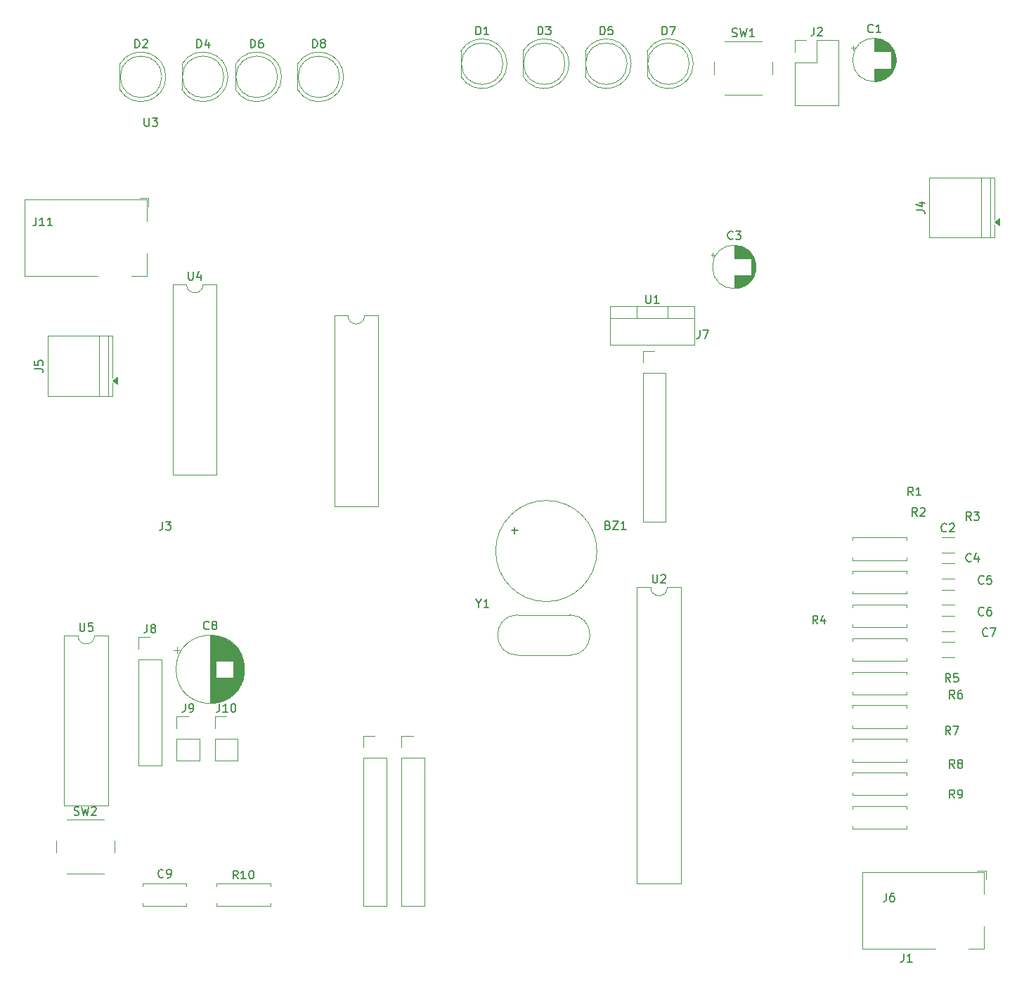
<source format=gbr>
%TF.GenerationSoftware,KiCad,Pcbnew,9.0.7*%
%TF.CreationDate,2026-02-28T21:15:57+05:30*%
%TF.ProjectId,IPD AVR (2),49504420-4156-4522-9028-32292e6b6963,rev?*%
%TF.SameCoordinates,Original*%
%TF.FileFunction,Legend,Top*%
%TF.FilePolarity,Positive*%
%FSLAX46Y46*%
G04 Gerber Fmt 4.6, Leading zero omitted, Abs format (unit mm)*
G04 Created by KiCad (PCBNEW 9.0.7) date 2026-02-28 21:15:57*
%MOMM*%
%LPD*%
G01*
G04 APERTURE LIST*
%ADD10C,0.150000*%
%ADD11C,0.120000*%
G04 APERTURE END LIST*
D10*
X116658095Y-88804819D02*
X116658095Y-89614342D01*
X116658095Y-89614342D02*
X116705714Y-89709580D01*
X116705714Y-89709580D02*
X116753333Y-89757200D01*
X116753333Y-89757200D02*
X116848571Y-89804819D01*
X116848571Y-89804819D02*
X117039047Y-89804819D01*
X117039047Y-89804819D02*
X117134285Y-89757200D01*
X117134285Y-89757200D02*
X117181904Y-89709580D01*
X117181904Y-89709580D02*
X117229523Y-89614342D01*
X117229523Y-89614342D02*
X117229523Y-88804819D01*
X118229523Y-89804819D02*
X117658095Y-89804819D01*
X117943809Y-89804819D02*
X117943809Y-88804819D01*
X117943809Y-88804819D02*
X117848571Y-88947676D01*
X117848571Y-88947676D02*
X117753333Y-89042914D01*
X117753333Y-89042914D02*
X117658095Y-89090533D01*
X136896666Y-56554819D02*
X136896666Y-57269104D01*
X136896666Y-57269104D02*
X136849047Y-57411961D01*
X136849047Y-57411961D02*
X136753809Y-57507200D01*
X136753809Y-57507200D02*
X136610952Y-57554819D01*
X136610952Y-57554819D02*
X136515714Y-57554819D01*
X137325238Y-56650057D02*
X137372857Y-56602438D01*
X137372857Y-56602438D02*
X137468095Y-56554819D01*
X137468095Y-56554819D02*
X137706190Y-56554819D01*
X137706190Y-56554819D02*
X137801428Y-56602438D01*
X137801428Y-56602438D02*
X137849047Y-56650057D01*
X137849047Y-56650057D02*
X137896666Y-56745295D01*
X137896666Y-56745295D02*
X137896666Y-56840533D01*
X137896666Y-56840533D02*
X137849047Y-56983390D01*
X137849047Y-56983390D02*
X137277619Y-57554819D01*
X137277619Y-57554819D02*
X137896666Y-57554819D01*
X69031905Y-58994819D02*
X69031905Y-57994819D01*
X69031905Y-57994819D02*
X69270000Y-57994819D01*
X69270000Y-57994819D02*
X69412857Y-58042438D01*
X69412857Y-58042438D02*
X69508095Y-58137676D01*
X69508095Y-58137676D02*
X69555714Y-58232914D01*
X69555714Y-58232914D02*
X69603333Y-58423390D01*
X69603333Y-58423390D02*
X69603333Y-58566247D01*
X69603333Y-58566247D02*
X69555714Y-58756723D01*
X69555714Y-58756723D02*
X69508095Y-58851961D01*
X69508095Y-58851961D02*
X69412857Y-58947200D01*
X69412857Y-58947200D02*
X69270000Y-58994819D01*
X69270000Y-58994819D02*
X69031905Y-58994819D01*
X70460476Y-57994819D02*
X70270000Y-57994819D01*
X70270000Y-57994819D02*
X70174762Y-58042438D01*
X70174762Y-58042438D02*
X70127143Y-58090057D01*
X70127143Y-58090057D02*
X70031905Y-58232914D01*
X70031905Y-58232914D02*
X69984286Y-58423390D01*
X69984286Y-58423390D02*
X69984286Y-58804342D01*
X69984286Y-58804342D02*
X70031905Y-58899580D01*
X70031905Y-58899580D02*
X70079524Y-58947200D01*
X70079524Y-58947200D02*
X70174762Y-58994819D01*
X70174762Y-58994819D02*
X70365238Y-58994819D01*
X70365238Y-58994819D02*
X70460476Y-58947200D01*
X70460476Y-58947200D02*
X70508095Y-58899580D01*
X70508095Y-58899580D02*
X70555714Y-58804342D01*
X70555714Y-58804342D02*
X70555714Y-58566247D01*
X70555714Y-58566247D02*
X70508095Y-58471009D01*
X70508095Y-58471009D02*
X70460476Y-58423390D01*
X70460476Y-58423390D02*
X70365238Y-58375771D01*
X70365238Y-58375771D02*
X70174762Y-58375771D01*
X70174762Y-58375771D02*
X70079524Y-58423390D01*
X70079524Y-58423390D02*
X70031905Y-58471009D01*
X70031905Y-58471009D02*
X69984286Y-58566247D01*
X67507142Y-159184819D02*
X67173809Y-158708628D01*
X66935714Y-159184819D02*
X66935714Y-158184819D01*
X66935714Y-158184819D02*
X67316666Y-158184819D01*
X67316666Y-158184819D02*
X67411904Y-158232438D01*
X67411904Y-158232438D02*
X67459523Y-158280057D01*
X67459523Y-158280057D02*
X67507142Y-158375295D01*
X67507142Y-158375295D02*
X67507142Y-158518152D01*
X67507142Y-158518152D02*
X67459523Y-158613390D01*
X67459523Y-158613390D02*
X67411904Y-158661009D01*
X67411904Y-158661009D02*
X67316666Y-158708628D01*
X67316666Y-158708628D02*
X66935714Y-158708628D01*
X68459523Y-159184819D02*
X67888095Y-159184819D01*
X68173809Y-159184819D02*
X68173809Y-158184819D01*
X68173809Y-158184819D02*
X68078571Y-158327676D01*
X68078571Y-158327676D02*
X67983333Y-158422914D01*
X67983333Y-158422914D02*
X67888095Y-158470533D01*
X69078571Y-158184819D02*
X69173809Y-158184819D01*
X69173809Y-158184819D02*
X69269047Y-158232438D01*
X69269047Y-158232438D02*
X69316666Y-158280057D01*
X69316666Y-158280057D02*
X69364285Y-158375295D01*
X69364285Y-158375295D02*
X69411904Y-158565771D01*
X69411904Y-158565771D02*
X69411904Y-158803866D01*
X69411904Y-158803866D02*
X69364285Y-158994342D01*
X69364285Y-158994342D02*
X69316666Y-159089580D01*
X69316666Y-159089580D02*
X69269047Y-159137200D01*
X69269047Y-159137200D02*
X69173809Y-159184819D01*
X69173809Y-159184819D02*
X69078571Y-159184819D01*
X69078571Y-159184819D02*
X68983333Y-159137200D01*
X68983333Y-159137200D02*
X68935714Y-159089580D01*
X68935714Y-159089580D02*
X68888095Y-158994342D01*
X68888095Y-158994342D02*
X68840476Y-158803866D01*
X68840476Y-158803866D02*
X68840476Y-158565771D01*
X68840476Y-158565771D02*
X68888095Y-158375295D01*
X68888095Y-158375295D02*
X68935714Y-158280057D01*
X68935714Y-158280057D02*
X68983333Y-158232438D01*
X68983333Y-158232438D02*
X69078571Y-158184819D01*
X155833333Y-120859580D02*
X155785714Y-120907200D01*
X155785714Y-120907200D02*
X155642857Y-120954819D01*
X155642857Y-120954819D02*
X155547619Y-120954819D01*
X155547619Y-120954819D02*
X155404762Y-120907200D01*
X155404762Y-120907200D02*
X155309524Y-120811961D01*
X155309524Y-120811961D02*
X155261905Y-120716723D01*
X155261905Y-120716723D02*
X155214286Y-120526247D01*
X155214286Y-120526247D02*
X155214286Y-120383390D01*
X155214286Y-120383390D02*
X155261905Y-120192914D01*
X155261905Y-120192914D02*
X155309524Y-120097676D01*
X155309524Y-120097676D02*
X155404762Y-120002438D01*
X155404762Y-120002438D02*
X155547619Y-119954819D01*
X155547619Y-119954819D02*
X155642857Y-119954819D01*
X155642857Y-119954819D02*
X155785714Y-120002438D01*
X155785714Y-120002438D02*
X155833333Y-120050057D01*
X156690476Y-120288152D02*
X156690476Y-120954819D01*
X156452381Y-119907200D02*
X156214286Y-120621485D01*
X156214286Y-120621485D02*
X156833333Y-120621485D01*
X111151905Y-57414819D02*
X111151905Y-56414819D01*
X111151905Y-56414819D02*
X111390000Y-56414819D01*
X111390000Y-56414819D02*
X111532857Y-56462438D01*
X111532857Y-56462438D02*
X111628095Y-56557676D01*
X111628095Y-56557676D02*
X111675714Y-56652914D01*
X111675714Y-56652914D02*
X111723333Y-56843390D01*
X111723333Y-56843390D02*
X111723333Y-56986247D01*
X111723333Y-56986247D02*
X111675714Y-57176723D01*
X111675714Y-57176723D02*
X111628095Y-57271961D01*
X111628095Y-57271961D02*
X111532857Y-57367200D01*
X111532857Y-57367200D02*
X111390000Y-57414819D01*
X111390000Y-57414819D02*
X111151905Y-57414819D01*
X112628095Y-56414819D02*
X112151905Y-56414819D01*
X112151905Y-56414819D02*
X112104286Y-56891009D01*
X112104286Y-56891009D02*
X112151905Y-56843390D01*
X112151905Y-56843390D02*
X112247143Y-56795771D01*
X112247143Y-56795771D02*
X112485238Y-56795771D01*
X112485238Y-56795771D02*
X112580476Y-56843390D01*
X112580476Y-56843390D02*
X112628095Y-56891009D01*
X112628095Y-56891009D02*
X112675714Y-56986247D01*
X112675714Y-56986247D02*
X112675714Y-57224342D01*
X112675714Y-57224342D02*
X112628095Y-57319580D01*
X112628095Y-57319580D02*
X112580476Y-57367200D01*
X112580476Y-57367200D02*
X112485238Y-57414819D01*
X112485238Y-57414819D02*
X112247143Y-57414819D01*
X112247143Y-57414819D02*
X112151905Y-57367200D01*
X112151905Y-57367200D02*
X112104286Y-57319580D01*
X76511905Y-58994819D02*
X76511905Y-57994819D01*
X76511905Y-57994819D02*
X76750000Y-57994819D01*
X76750000Y-57994819D02*
X76892857Y-58042438D01*
X76892857Y-58042438D02*
X76988095Y-58137676D01*
X76988095Y-58137676D02*
X77035714Y-58232914D01*
X77035714Y-58232914D02*
X77083333Y-58423390D01*
X77083333Y-58423390D02*
X77083333Y-58566247D01*
X77083333Y-58566247D02*
X77035714Y-58756723D01*
X77035714Y-58756723D02*
X76988095Y-58851961D01*
X76988095Y-58851961D02*
X76892857Y-58947200D01*
X76892857Y-58947200D02*
X76750000Y-58994819D01*
X76750000Y-58994819D02*
X76511905Y-58994819D01*
X77654762Y-58423390D02*
X77559524Y-58375771D01*
X77559524Y-58375771D02*
X77511905Y-58328152D01*
X77511905Y-58328152D02*
X77464286Y-58232914D01*
X77464286Y-58232914D02*
X77464286Y-58185295D01*
X77464286Y-58185295D02*
X77511905Y-58090057D01*
X77511905Y-58090057D02*
X77559524Y-58042438D01*
X77559524Y-58042438D02*
X77654762Y-57994819D01*
X77654762Y-57994819D02*
X77845238Y-57994819D01*
X77845238Y-57994819D02*
X77940476Y-58042438D01*
X77940476Y-58042438D02*
X77988095Y-58090057D01*
X77988095Y-58090057D02*
X78035714Y-58185295D01*
X78035714Y-58185295D02*
X78035714Y-58232914D01*
X78035714Y-58232914D02*
X77988095Y-58328152D01*
X77988095Y-58328152D02*
X77940476Y-58375771D01*
X77940476Y-58375771D02*
X77845238Y-58423390D01*
X77845238Y-58423390D02*
X77654762Y-58423390D01*
X77654762Y-58423390D02*
X77559524Y-58471009D01*
X77559524Y-58471009D02*
X77511905Y-58518628D01*
X77511905Y-58518628D02*
X77464286Y-58613866D01*
X77464286Y-58613866D02*
X77464286Y-58804342D01*
X77464286Y-58804342D02*
X77511905Y-58899580D01*
X77511905Y-58899580D02*
X77559524Y-58947200D01*
X77559524Y-58947200D02*
X77654762Y-58994819D01*
X77654762Y-58994819D02*
X77845238Y-58994819D01*
X77845238Y-58994819D02*
X77940476Y-58947200D01*
X77940476Y-58947200D02*
X77988095Y-58899580D01*
X77988095Y-58899580D02*
X78035714Y-58804342D01*
X78035714Y-58804342D02*
X78035714Y-58613866D01*
X78035714Y-58613866D02*
X77988095Y-58518628D01*
X77988095Y-58518628D02*
X77940476Y-58471009D01*
X77940476Y-58471009D02*
X77845238Y-58423390D01*
X58426666Y-116124819D02*
X58426666Y-116839104D01*
X58426666Y-116839104D02*
X58379047Y-116981961D01*
X58379047Y-116981961D02*
X58283809Y-117077200D01*
X58283809Y-117077200D02*
X58140952Y-117124819D01*
X58140952Y-117124819D02*
X58045714Y-117124819D01*
X58807619Y-116124819D02*
X59426666Y-116124819D01*
X59426666Y-116124819D02*
X59093333Y-116505771D01*
X59093333Y-116505771D02*
X59236190Y-116505771D01*
X59236190Y-116505771D02*
X59331428Y-116553390D01*
X59331428Y-116553390D02*
X59379047Y-116601009D01*
X59379047Y-116601009D02*
X59426666Y-116696247D01*
X59426666Y-116696247D02*
X59426666Y-116934342D01*
X59426666Y-116934342D02*
X59379047Y-117029580D01*
X59379047Y-117029580D02*
X59331428Y-117077200D01*
X59331428Y-117077200D02*
X59236190Y-117124819D01*
X59236190Y-117124819D02*
X58950476Y-117124819D01*
X58950476Y-117124819D02*
X58855238Y-117077200D01*
X58855238Y-117077200D02*
X58807619Y-117029580D01*
X153833333Y-145834819D02*
X153500000Y-145358628D01*
X153261905Y-145834819D02*
X153261905Y-144834819D01*
X153261905Y-144834819D02*
X153642857Y-144834819D01*
X153642857Y-144834819D02*
X153738095Y-144882438D01*
X153738095Y-144882438D02*
X153785714Y-144930057D01*
X153785714Y-144930057D02*
X153833333Y-145025295D01*
X153833333Y-145025295D02*
X153833333Y-145168152D01*
X153833333Y-145168152D02*
X153785714Y-145263390D01*
X153785714Y-145263390D02*
X153738095Y-145311009D01*
X153738095Y-145311009D02*
X153642857Y-145358628D01*
X153642857Y-145358628D02*
X153261905Y-145358628D01*
X154404762Y-145263390D02*
X154309524Y-145215771D01*
X154309524Y-145215771D02*
X154261905Y-145168152D01*
X154261905Y-145168152D02*
X154214286Y-145072914D01*
X154214286Y-145072914D02*
X154214286Y-145025295D01*
X154214286Y-145025295D02*
X154261905Y-144930057D01*
X154261905Y-144930057D02*
X154309524Y-144882438D01*
X154309524Y-144882438D02*
X154404762Y-144834819D01*
X154404762Y-144834819D02*
X154595238Y-144834819D01*
X154595238Y-144834819D02*
X154690476Y-144882438D01*
X154690476Y-144882438D02*
X154738095Y-144930057D01*
X154738095Y-144930057D02*
X154785714Y-145025295D01*
X154785714Y-145025295D02*
X154785714Y-145072914D01*
X154785714Y-145072914D02*
X154738095Y-145168152D01*
X154738095Y-145168152D02*
X154690476Y-145215771D01*
X154690476Y-145215771D02*
X154595238Y-145263390D01*
X154595238Y-145263390D02*
X154404762Y-145263390D01*
X154404762Y-145263390D02*
X154309524Y-145311009D01*
X154309524Y-145311009D02*
X154261905Y-145358628D01*
X154261905Y-145358628D02*
X154214286Y-145453866D01*
X154214286Y-145453866D02*
X154214286Y-145644342D01*
X154214286Y-145644342D02*
X154261905Y-145739580D01*
X154261905Y-145739580D02*
X154309524Y-145787200D01*
X154309524Y-145787200D02*
X154404762Y-145834819D01*
X154404762Y-145834819D02*
X154595238Y-145834819D01*
X154595238Y-145834819D02*
X154690476Y-145787200D01*
X154690476Y-145787200D02*
X154738095Y-145739580D01*
X154738095Y-145739580D02*
X154785714Y-145644342D01*
X154785714Y-145644342D02*
X154785714Y-145453866D01*
X154785714Y-145453866D02*
X154738095Y-145358628D01*
X154738095Y-145358628D02*
X154690476Y-145311009D01*
X154690476Y-145311009D02*
X154595238Y-145263390D01*
X118631905Y-57414819D02*
X118631905Y-56414819D01*
X118631905Y-56414819D02*
X118870000Y-56414819D01*
X118870000Y-56414819D02*
X119012857Y-56462438D01*
X119012857Y-56462438D02*
X119108095Y-56557676D01*
X119108095Y-56557676D02*
X119155714Y-56652914D01*
X119155714Y-56652914D02*
X119203333Y-56843390D01*
X119203333Y-56843390D02*
X119203333Y-56986247D01*
X119203333Y-56986247D02*
X119155714Y-57176723D01*
X119155714Y-57176723D02*
X119108095Y-57271961D01*
X119108095Y-57271961D02*
X119012857Y-57367200D01*
X119012857Y-57367200D02*
X118870000Y-57414819D01*
X118870000Y-57414819D02*
X118631905Y-57414819D01*
X119536667Y-56414819D02*
X120203333Y-56414819D01*
X120203333Y-56414819D02*
X119774762Y-57414819D01*
X64008033Y-129039580D02*
X63960414Y-129087200D01*
X63960414Y-129087200D02*
X63817557Y-129134819D01*
X63817557Y-129134819D02*
X63722319Y-129134819D01*
X63722319Y-129134819D02*
X63579462Y-129087200D01*
X63579462Y-129087200D02*
X63484224Y-128991961D01*
X63484224Y-128991961D02*
X63436605Y-128896723D01*
X63436605Y-128896723D02*
X63388986Y-128706247D01*
X63388986Y-128706247D02*
X63388986Y-128563390D01*
X63388986Y-128563390D02*
X63436605Y-128372914D01*
X63436605Y-128372914D02*
X63484224Y-128277676D01*
X63484224Y-128277676D02*
X63579462Y-128182438D01*
X63579462Y-128182438D02*
X63722319Y-128134819D01*
X63722319Y-128134819D02*
X63817557Y-128134819D01*
X63817557Y-128134819D02*
X63960414Y-128182438D01*
X63960414Y-128182438D02*
X64008033Y-128230057D01*
X64579462Y-128563390D02*
X64484224Y-128515771D01*
X64484224Y-128515771D02*
X64436605Y-128468152D01*
X64436605Y-128468152D02*
X64388986Y-128372914D01*
X64388986Y-128372914D02*
X64388986Y-128325295D01*
X64388986Y-128325295D02*
X64436605Y-128230057D01*
X64436605Y-128230057D02*
X64484224Y-128182438D01*
X64484224Y-128182438D02*
X64579462Y-128134819D01*
X64579462Y-128134819D02*
X64769938Y-128134819D01*
X64769938Y-128134819D02*
X64865176Y-128182438D01*
X64865176Y-128182438D02*
X64912795Y-128230057D01*
X64912795Y-128230057D02*
X64960414Y-128325295D01*
X64960414Y-128325295D02*
X64960414Y-128372914D01*
X64960414Y-128372914D02*
X64912795Y-128468152D01*
X64912795Y-128468152D02*
X64865176Y-128515771D01*
X64865176Y-128515771D02*
X64769938Y-128563390D01*
X64769938Y-128563390D02*
X64579462Y-128563390D01*
X64579462Y-128563390D02*
X64484224Y-128611009D01*
X64484224Y-128611009D02*
X64436605Y-128658628D01*
X64436605Y-128658628D02*
X64388986Y-128753866D01*
X64388986Y-128753866D02*
X64388986Y-128944342D01*
X64388986Y-128944342D02*
X64436605Y-129039580D01*
X64436605Y-129039580D02*
X64484224Y-129087200D01*
X64484224Y-129087200D02*
X64579462Y-129134819D01*
X64579462Y-129134819D02*
X64769938Y-129134819D01*
X64769938Y-129134819D02*
X64865176Y-129087200D01*
X64865176Y-129087200D02*
X64912795Y-129039580D01*
X64912795Y-129039580D02*
X64960414Y-128944342D01*
X64960414Y-128944342D02*
X64960414Y-128753866D01*
X64960414Y-128753866D02*
X64912795Y-128658628D01*
X64912795Y-128658628D02*
X64865176Y-128611009D01*
X64865176Y-128611009D02*
X64769938Y-128563390D01*
X96523809Y-125978628D02*
X96523809Y-126454819D01*
X96190476Y-125454819D02*
X96523809Y-125978628D01*
X96523809Y-125978628D02*
X96857142Y-125454819D01*
X97714285Y-126454819D02*
X97142857Y-126454819D01*
X97428571Y-126454819D02*
X97428571Y-125454819D01*
X97428571Y-125454819D02*
X97333333Y-125597676D01*
X97333333Y-125597676D02*
X97238095Y-125692914D01*
X97238095Y-125692914D02*
X97142857Y-125740533D01*
X148833333Y-112954819D02*
X148500000Y-112478628D01*
X148261905Y-112954819D02*
X148261905Y-111954819D01*
X148261905Y-111954819D02*
X148642857Y-111954819D01*
X148642857Y-111954819D02*
X148738095Y-112002438D01*
X148738095Y-112002438D02*
X148785714Y-112050057D01*
X148785714Y-112050057D02*
X148833333Y-112145295D01*
X148833333Y-112145295D02*
X148833333Y-112288152D01*
X148833333Y-112288152D02*
X148785714Y-112383390D01*
X148785714Y-112383390D02*
X148738095Y-112431009D01*
X148738095Y-112431009D02*
X148642857Y-112478628D01*
X148642857Y-112478628D02*
X148261905Y-112478628D01*
X149785714Y-112954819D02*
X149214286Y-112954819D01*
X149500000Y-112954819D02*
X149500000Y-111954819D01*
X149500000Y-111954819D02*
X149404762Y-112097676D01*
X149404762Y-112097676D02*
X149309524Y-112192914D01*
X149309524Y-112192914D02*
X149214286Y-112240533D01*
X62571905Y-58994819D02*
X62571905Y-57994819D01*
X62571905Y-57994819D02*
X62810000Y-57994819D01*
X62810000Y-57994819D02*
X62952857Y-58042438D01*
X62952857Y-58042438D02*
X63048095Y-58137676D01*
X63048095Y-58137676D02*
X63095714Y-58232914D01*
X63095714Y-58232914D02*
X63143333Y-58423390D01*
X63143333Y-58423390D02*
X63143333Y-58566247D01*
X63143333Y-58566247D02*
X63095714Y-58756723D01*
X63095714Y-58756723D02*
X63048095Y-58851961D01*
X63048095Y-58851961D02*
X62952857Y-58947200D01*
X62952857Y-58947200D02*
X62810000Y-58994819D01*
X62810000Y-58994819D02*
X62571905Y-58994819D01*
X64000476Y-58328152D02*
X64000476Y-58994819D01*
X63762381Y-57947200D02*
X63524286Y-58661485D01*
X63524286Y-58661485D02*
X64143333Y-58661485D01*
X56576666Y-128524819D02*
X56576666Y-129239104D01*
X56576666Y-129239104D02*
X56529047Y-129381961D01*
X56529047Y-129381961D02*
X56433809Y-129477200D01*
X56433809Y-129477200D02*
X56290952Y-129524819D01*
X56290952Y-129524819D02*
X56195714Y-129524819D01*
X57195714Y-128953390D02*
X57100476Y-128905771D01*
X57100476Y-128905771D02*
X57052857Y-128858152D01*
X57052857Y-128858152D02*
X57005238Y-128762914D01*
X57005238Y-128762914D02*
X57005238Y-128715295D01*
X57005238Y-128715295D02*
X57052857Y-128620057D01*
X57052857Y-128620057D02*
X57100476Y-128572438D01*
X57100476Y-128572438D02*
X57195714Y-128524819D01*
X57195714Y-128524819D02*
X57386190Y-128524819D01*
X57386190Y-128524819D02*
X57481428Y-128572438D01*
X57481428Y-128572438D02*
X57529047Y-128620057D01*
X57529047Y-128620057D02*
X57576666Y-128715295D01*
X57576666Y-128715295D02*
X57576666Y-128762914D01*
X57576666Y-128762914D02*
X57529047Y-128858152D01*
X57529047Y-128858152D02*
X57481428Y-128905771D01*
X57481428Y-128905771D02*
X57386190Y-128953390D01*
X57386190Y-128953390D02*
X57195714Y-128953390D01*
X57195714Y-128953390D02*
X57100476Y-129001009D01*
X57100476Y-129001009D02*
X57052857Y-129048628D01*
X57052857Y-129048628D02*
X57005238Y-129143866D01*
X57005238Y-129143866D02*
X57005238Y-129334342D01*
X57005238Y-129334342D02*
X57052857Y-129429580D01*
X57052857Y-129429580D02*
X57100476Y-129477200D01*
X57100476Y-129477200D02*
X57195714Y-129524819D01*
X57195714Y-129524819D02*
X57386190Y-129524819D01*
X57386190Y-129524819D02*
X57481428Y-129477200D01*
X57481428Y-129477200D02*
X57529047Y-129429580D01*
X57529047Y-129429580D02*
X57576666Y-129334342D01*
X57576666Y-129334342D02*
X57576666Y-129143866D01*
X57576666Y-129143866D02*
X57529047Y-129048628D01*
X57529047Y-129048628D02*
X57481428Y-129001009D01*
X57481428Y-129001009D02*
X57386190Y-128953390D01*
X96191905Y-57414819D02*
X96191905Y-56414819D01*
X96191905Y-56414819D02*
X96430000Y-56414819D01*
X96430000Y-56414819D02*
X96572857Y-56462438D01*
X96572857Y-56462438D02*
X96668095Y-56557676D01*
X96668095Y-56557676D02*
X96715714Y-56652914D01*
X96715714Y-56652914D02*
X96763333Y-56843390D01*
X96763333Y-56843390D02*
X96763333Y-56986247D01*
X96763333Y-56986247D02*
X96715714Y-57176723D01*
X96715714Y-57176723D02*
X96668095Y-57271961D01*
X96668095Y-57271961D02*
X96572857Y-57367200D01*
X96572857Y-57367200D02*
X96430000Y-57414819D01*
X96430000Y-57414819D02*
X96191905Y-57414819D01*
X97715714Y-57414819D02*
X97144286Y-57414819D01*
X97430000Y-57414819D02*
X97430000Y-56414819D01*
X97430000Y-56414819D02*
X97334762Y-56557676D01*
X97334762Y-56557676D02*
X97239524Y-56652914D01*
X97239524Y-56652914D02*
X97144286Y-56700533D01*
X48468095Y-128324819D02*
X48468095Y-129134342D01*
X48468095Y-129134342D02*
X48515714Y-129229580D01*
X48515714Y-129229580D02*
X48563333Y-129277200D01*
X48563333Y-129277200D02*
X48658571Y-129324819D01*
X48658571Y-129324819D02*
X48849047Y-129324819D01*
X48849047Y-129324819D02*
X48944285Y-129277200D01*
X48944285Y-129277200D02*
X48991904Y-129229580D01*
X48991904Y-129229580D02*
X49039523Y-129134342D01*
X49039523Y-129134342D02*
X49039523Y-128324819D01*
X49991904Y-128324819D02*
X49515714Y-128324819D01*
X49515714Y-128324819D02*
X49468095Y-128801009D01*
X49468095Y-128801009D02*
X49515714Y-128753390D01*
X49515714Y-128753390D02*
X49610952Y-128705771D01*
X49610952Y-128705771D02*
X49849047Y-128705771D01*
X49849047Y-128705771D02*
X49944285Y-128753390D01*
X49944285Y-128753390D02*
X49991904Y-128801009D01*
X49991904Y-128801009D02*
X50039523Y-128896247D01*
X50039523Y-128896247D02*
X50039523Y-129134342D01*
X50039523Y-129134342D02*
X49991904Y-129229580D01*
X49991904Y-129229580D02*
X49944285Y-129277200D01*
X49944285Y-129277200D02*
X49849047Y-129324819D01*
X49849047Y-129324819D02*
X49610952Y-129324819D01*
X49610952Y-129324819D02*
X49515714Y-129277200D01*
X49515714Y-129277200D02*
X49468095Y-129229580D01*
X149234819Y-78583333D02*
X149949104Y-78583333D01*
X149949104Y-78583333D02*
X150091961Y-78630952D01*
X150091961Y-78630952D02*
X150187200Y-78726190D01*
X150187200Y-78726190D02*
X150234819Y-78869047D01*
X150234819Y-78869047D02*
X150234819Y-78964285D01*
X149568152Y-77678571D02*
X150234819Y-77678571D01*
X149187200Y-77916666D02*
X149901485Y-78154761D01*
X149901485Y-78154761D02*
X149901485Y-77535714D01*
X152853333Y-117259580D02*
X152805714Y-117307200D01*
X152805714Y-117307200D02*
X152662857Y-117354819D01*
X152662857Y-117354819D02*
X152567619Y-117354819D01*
X152567619Y-117354819D02*
X152424762Y-117307200D01*
X152424762Y-117307200D02*
X152329524Y-117211961D01*
X152329524Y-117211961D02*
X152281905Y-117116723D01*
X152281905Y-117116723D02*
X152234286Y-116926247D01*
X152234286Y-116926247D02*
X152234286Y-116783390D01*
X152234286Y-116783390D02*
X152281905Y-116592914D01*
X152281905Y-116592914D02*
X152329524Y-116497676D01*
X152329524Y-116497676D02*
X152424762Y-116402438D01*
X152424762Y-116402438D02*
X152567619Y-116354819D01*
X152567619Y-116354819D02*
X152662857Y-116354819D01*
X152662857Y-116354819D02*
X152805714Y-116402438D01*
X152805714Y-116402438D02*
X152853333Y-116450057D01*
X153234286Y-116450057D02*
X153281905Y-116402438D01*
X153281905Y-116402438D02*
X153377143Y-116354819D01*
X153377143Y-116354819D02*
X153615238Y-116354819D01*
X153615238Y-116354819D02*
X153710476Y-116402438D01*
X153710476Y-116402438D02*
X153758095Y-116450057D01*
X153758095Y-116450057D02*
X153805714Y-116545295D01*
X153805714Y-116545295D02*
X153805714Y-116640533D01*
X153805714Y-116640533D02*
X153758095Y-116783390D01*
X153758095Y-116783390D02*
X153186667Y-117354819D01*
X153186667Y-117354819D02*
X153805714Y-117354819D01*
X127123133Y-82019580D02*
X127075514Y-82067200D01*
X127075514Y-82067200D02*
X126932657Y-82114819D01*
X126932657Y-82114819D02*
X126837419Y-82114819D01*
X126837419Y-82114819D02*
X126694562Y-82067200D01*
X126694562Y-82067200D02*
X126599324Y-81971961D01*
X126599324Y-81971961D02*
X126551705Y-81876723D01*
X126551705Y-81876723D02*
X126504086Y-81686247D01*
X126504086Y-81686247D02*
X126504086Y-81543390D01*
X126504086Y-81543390D02*
X126551705Y-81352914D01*
X126551705Y-81352914D02*
X126599324Y-81257676D01*
X126599324Y-81257676D02*
X126694562Y-81162438D01*
X126694562Y-81162438D02*
X126837419Y-81114819D01*
X126837419Y-81114819D02*
X126932657Y-81114819D01*
X126932657Y-81114819D02*
X127075514Y-81162438D01*
X127075514Y-81162438D02*
X127123133Y-81210057D01*
X127456467Y-81114819D02*
X128075514Y-81114819D01*
X128075514Y-81114819D02*
X127742181Y-81495771D01*
X127742181Y-81495771D02*
X127885038Y-81495771D01*
X127885038Y-81495771D02*
X127980276Y-81543390D01*
X127980276Y-81543390D02*
X128027895Y-81591009D01*
X128027895Y-81591009D02*
X128075514Y-81686247D01*
X128075514Y-81686247D02*
X128075514Y-81924342D01*
X128075514Y-81924342D02*
X128027895Y-82019580D01*
X128027895Y-82019580D02*
X127980276Y-82067200D01*
X127980276Y-82067200D02*
X127885038Y-82114819D01*
X127885038Y-82114819D02*
X127599324Y-82114819D01*
X127599324Y-82114819D02*
X127504086Y-82067200D01*
X127504086Y-82067200D02*
X127456467Y-82019580D01*
X123166666Y-93034819D02*
X123166666Y-93749104D01*
X123166666Y-93749104D02*
X123119047Y-93891961D01*
X123119047Y-93891961D02*
X123023809Y-93987200D01*
X123023809Y-93987200D02*
X122880952Y-94034819D01*
X122880952Y-94034819D02*
X122785714Y-94034819D01*
X123547619Y-93034819D02*
X124214285Y-93034819D01*
X124214285Y-93034819D02*
X123785714Y-94034819D01*
X65280476Y-138074819D02*
X65280476Y-138789104D01*
X65280476Y-138789104D02*
X65232857Y-138931961D01*
X65232857Y-138931961D02*
X65137619Y-139027200D01*
X65137619Y-139027200D02*
X64994762Y-139074819D01*
X64994762Y-139074819D02*
X64899524Y-139074819D01*
X66280476Y-139074819D02*
X65709048Y-139074819D01*
X65994762Y-139074819D02*
X65994762Y-138074819D01*
X65994762Y-138074819D02*
X65899524Y-138217676D01*
X65899524Y-138217676D02*
X65804286Y-138312914D01*
X65804286Y-138312914D02*
X65709048Y-138360533D01*
X66899524Y-138074819D02*
X66994762Y-138074819D01*
X66994762Y-138074819D02*
X67090000Y-138122438D01*
X67090000Y-138122438D02*
X67137619Y-138170057D01*
X67137619Y-138170057D02*
X67185238Y-138265295D01*
X67185238Y-138265295D02*
X67232857Y-138455771D01*
X67232857Y-138455771D02*
X67232857Y-138693866D01*
X67232857Y-138693866D02*
X67185238Y-138884342D01*
X67185238Y-138884342D02*
X67137619Y-138979580D01*
X67137619Y-138979580D02*
X67090000Y-139027200D01*
X67090000Y-139027200D02*
X66994762Y-139074819D01*
X66994762Y-139074819D02*
X66899524Y-139074819D01*
X66899524Y-139074819D02*
X66804286Y-139027200D01*
X66804286Y-139027200D02*
X66756667Y-138979580D01*
X66756667Y-138979580D02*
X66709048Y-138884342D01*
X66709048Y-138884342D02*
X66661429Y-138693866D01*
X66661429Y-138693866D02*
X66661429Y-138455771D01*
X66661429Y-138455771D02*
X66709048Y-138265295D01*
X66709048Y-138265295D02*
X66756667Y-138170057D01*
X66756667Y-138170057D02*
X66804286Y-138122438D01*
X66804286Y-138122438D02*
X66899524Y-138074819D01*
X157833333Y-129859580D02*
X157785714Y-129907200D01*
X157785714Y-129907200D02*
X157642857Y-129954819D01*
X157642857Y-129954819D02*
X157547619Y-129954819D01*
X157547619Y-129954819D02*
X157404762Y-129907200D01*
X157404762Y-129907200D02*
X157309524Y-129811961D01*
X157309524Y-129811961D02*
X157261905Y-129716723D01*
X157261905Y-129716723D02*
X157214286Y-129526247D01*
X157214286Y-129526247D02*
X157214286Y-129383390D01*
X157214286Y-129383390D02*
X157261905Y-129192914D01*
X157261905Y-129192914D02*
X157309524Y-129097676D01*
X157309524Y-129097676D02*
X157404762Y-129002438D01*
X157404762Y-129002438D02*
X157547619Y-128954819D01*
X157547619Y-128954819D02*
X157642857Y-128954819D01*
X157642857Y-128954819D02*
X157785714Y-129002438D01*
X157785714Y-129002438D02*
X157833333Y-129050057D01*
X158166667Y-128954819D02*
X158833333Y-128954819D01*
X158833333Y-128954819D02*
X158404762Y-129954819D01*
X43024819Y-97703333D02*
X43739104Y-97703333D01*
X43739104Y-97703333D02*
X43881961Y-97750952D01*
X43881961Y-97750952D02*
X43977200Y-97846190D01*
X43977200Y-97846190D02*
X44024819Y-97989047D01*
X44024819Y-97989047D02*
X44024819Y-98084285D01*
X43024819Y-96750952D02*
X43024819Y-97227142D01*
X43024819Y-97227142D02*
X43501009Y-97274761D01*
X43501009Y-97274761D02*
X43453390Y-97227142D01*
X43453390Y-97227142D02*
X43405771Y-97131904D01*
X43405771Y-97131904D02*
X43405771Y-96893809D01*
X43405771Y-96893809D02*
X43453390Y-96798571D01*
X43453390Y-96798571D02*
X43501009Y-96750952D01*
X43501009Y-96750952D02*
X43596247Y-96703333D01*
X43596247Y-96703333D02*
X43834342Y-96703333D01*
X43834342Y-96703333D02*
X43929580Y-96750952D01*
X43929580Y-96750952D02*
X43977200Y-96798571D01*
X43977200Y-96798571D02*
X44024819Y-96893809D01*
X44024819Y-96893809D02*
X44024819Y-97131904D01*
X44024819Y-97131904D02*
X43977200Y-97227142D01*
X43977200Y-97227142D02*
X43929580Y-97274761D01*
X153333333Y-135454819D02*
X153000000Y-134978628D01*
X152761905Y-135454819D02*
X152761905Y-134454819D01*
X152761905Y-134454819D02*
X153142857Y-134454819D01*
X153142857Y-134454819D02*
X153238095Y-134502438D01*
X153238095Y-134502438D02*
X153285714Y-134550057D01*
X153285714Y-134550057D02*
X153333333Y-134645295D01*
X153333333Y-134645295D02*
X153333333Y-134788152D01*
X153333333Y-134788152D02*
X153285714Y-134883390D01*
X153285714Y-134883390D02*
X153238095Y-134931009D01*
X153238095Y-134931009D02*
X153142857Y-134978628D01*
X153142857Y-134978628D02*
X152761905Y-134978628D01*
X154238095Y-134454819D02*
X153761905Y-134454819D01*
X153761905Y-134454819D02*
X153714286Y-134931009D01*
X153714286Y-134931009D02*
X153761905Y-134883390D01*
X153761905Y-134883390D02*
X153857143Y-134835771D01*
X153857143Y-134835771D02*
X154095238Y-134835771D01*
X154095238Y-134835771D02*
X154190476Y-134883390D01*
X154190476Y-134883390D02*
X154238095Y-134931009D01*
X154238095Y-134931009D02*
X154285714Y-135026247D01*
X154285714Y-135026247D02*
X154285714Y-135264342D01*
X154285714Y-135264342D02*
X154238095Y-135359580D01*
X154238095Y-135359580D02*
X154190476Y-135407200D01*
X154190476Y-135407200D02*
X154095238Y-135454819D01*
X154095238Y-135454819D02*
X153857143Y-135454819D01*
X153857143Y-135454819D02*
X153761905Y-135407200D01*
X153761905Y-135407200D02*
X153714286Y-135359580D01*
X137333333Y-128454819D02*
X137000000Y-127978628D01*
X136761905Y-128454819D02*
X136761905Y-127454819D01*
X136761905Y-127454819D02*
X137142857Y-127454819D01*
X137142857Y-127454819D02*
X137238095Y-127502438D01*
X137238095Y-127502438D02*
X137285714Y-127550057D01*
X137285714Y-127550057D02*
X137333333Y-127645295D01*
X137333333Y-127645295D02*
X137333333Y-127788152D01*
X137333333Y-127788152D02*
X137285714Y-127883390D01*
X137285714Y-127883390D02*
X137238095Y-127931009D01*
X137238095Y-127931009D02*
X137142857Y-127978628D01*
X137142857Y-127978628D02*
X136761905Y-127978628D01*
X138190476Y-127788152D02*
X138190476Y-128454819D01*
X137952381Y-127407200D02*
X137714286Y-128121485D01*
X137714286Y-128121485D02*
X138333333Y-128121485D01*
X145616666Y-160919819D02*
X145616666Y-161634104D01*
X145616666Y-161634104D02*
X145569047Y-161776961D01*
X145569047Y-161776961D02*
X145473809Y-161872200D01*
X145473809Y-161872200D02*
X145330952Y-161919819D01*
X145330952Y-161919819D02*
X145235714Y-161919819D01*
X146521428Y-160919819D02*
X146330952Y-160919819D01*
X146330952Y-160919819D02*
X146235714Y-160967438D01*
X146235714Y-160967438D02*
X146188095Y-161015057D01*
X146188095Y-161015057D02*
X146092857Y-161157914D01*
X146092857Y-161157914D02*
X146045238Y-161348390D01*
X146045238Y-161348390D02*
X146045238Y-161729342D01*
X146045238Y-161729342D02*
X146092857Y-161824580D01*
X146092857Y-161824580D02*
X146140476Y-161872200D01*
X146140476Y-161872200D02*
X146235714Y-161919819D01*
X146235714Y-161919819D02*
X146426190Y-161919819D01*
X146426190Y-161919819D02*
X146521428Y-161872200D01*
X146521428Y-161872200D02*
X146569047Y-161824580D01*
X146569047Y-161824580D02*
X146616666Y-161729342D01*
X146616666Y-161729342D02*
X146616666Y-161491247D01*
X146616666Y-161491247D02*
X146569047Y-161396009D01*
X146569047Y-161396009D02*
X146521428Y-161348390D01*
X146521428Y-161348390D02*
X146426190Y-161300771D01*
X146426190Y-161300771D02*
X146235714Y-161300771D01*
X146235714Y-161300771D02*
X146140476Y-161348390D01*
X146140476Y-161348390D02*
X146092857Y-161396009D01*
X146092857Y-161396009D02*
X146045238Y-161491247D01*
X157333333Y-123559580D02*
X157285714Y-123607200D01*
X157285714Y-123607200D02*
X157142857Y-123654819D01*
X157142857Y-123654819D02*
X157047619Y-123654819D01*
X157047619Y-123654819D02*
X156904762Y-123607200D01*
X156904762Y-123607200D02*
X156809524Y-123511961D01*
X156809524Y-123511961D02*
X156761905Y-123416723D01*
X156761905Y-123416723D02*
X156714286Y-123226247D01*
X156714286Y-123226247D02*
X156714286Y-123083390D01*
X156714286Y-123083390D02*
X156761905Y-122892914D01*
X156761905Y-122892914D02*
X156809524Y-122797676D01*
X156809524Y-122797676D02*
X156904762Y-122702438D01*
X156904762Y-122702438D02*
X157047619Y-122654819D01*
X157047619Y-122654819D02*
X157142857Y-122654819D01*
X157142857Y-122654819D02*
X157285714Y-122702438D01*
X157285714Y-122702438D02*
X157333333Y-122750057D01*
X158238095Y-122654819D02*
X157761905Y-122654819D01*
X157761905Y-122654819D02*
X157714286Y-123131009D01*
X157714286Y-123131009D02*
X157761905Y-123083390D01*
X157761905Y-123083390D02*
X157857143Y-123035771D01*
X157857143Y-123035771D02*
X158095238Y-123035771D01*
X158095238Y-123035771D02*
X158190476Y-123083390D01*
X158190476Y-123083390D02*
X158238095Y-123131009D01*
X158238095Y-123131009D02*
X158285714Y-123226247D01*
X158285714Y-123226247D02*
X158285714Y-123464342D01*
X158285714Y-123464342D02*
X158238095Y-123559580D01*
X158238095Y-123559580D02*
X158190476Y-123607200D01*
X158190476Y-123607200D02*
X158095238Y-123654819D01*
X158095238Y-123654819D02*
X157857143Y-123654819D01*
X157857143Y-123654819D02*
X157761905Y-123607200D01*
X157761905Y-123607200D02*
X157714286Y-123559580D01*
X61166666Y-138074819D02*
X61166666Y-138789104D01*
X61166666Y-138789104D02*
X61119047Y-138931961D01*
X61119047Y-138931961D02*
X61023809Y-139027200D01*
X61023809Y-139027200D02*
X60880952Y-139074819D01*
X60880952Y-139074819D02*
X60785714Y-139074819D01*
X61690476Y-139074819D02*
X61880952Y-139074819D01*
X61880952Y-139074819D02*
X61976190Y-139027200D01*
X61976190Y-139027200D02*
X62023809Y-138979580D01*
X62023809Y-138979580D02*
X62119047Y-138836723D01*
X62119047Y-138836723D02*
X62166666Y-138646247D01*
X62166666Y-138646247D02*
X62166666Y-138265295D01*
X62166666Y-138265295D02*
X62119047Y-138170057D01*
X62119047Y-138170057D02*
X62071428Y-138122438D01*
X62071428Y-138122438D02*
X61976190Y-138074819D01*
X61976190Y-138074819D02*
X61785714Y-138074819D01*
X61785714Y-138074819D02*
X61690476Y-138122438D01*
X61690476Y-138122438D02*
X61642857Y-138170057D01*
X61642857Y-138170057D02*
X61595238Y-138265295D01*
X61595238Y-138265295D02*
X61595238Y-138503390D01*
X61595238Y-138503390D02*
X61642857Y-138598628D01*
X61642857Y-138598628D02*
X61690476Y-138646247D01*
X61690476Y-138646247D02*
X61785714Y-138693866D01*
X61785714Y-138693866D02*
X61976190Y-138693866D01*
X61976190Y-138693866D02*
X62071428Y-138646247D01*
X62071428Y-138646247D02*
X62119047Y-138598628D01*
X62119047Y-138598628D02*
X62166666Y-138503390D01*
X153333333Y-141784819D02*
X153000000Y-141308628D01*
X152761905Y-141784819D02*
X152761905Y-140784819D01*
X152761905Y-140784819D02*
X153142857Y-140784819D01*
X153142857Y-140784819D02*
X153238095Y-140832438D01*
X153238095Y-140832438D02*
X153285714Y-140880057D01*
X153285714Y-140880057D02*
X153333333Y-140975295D01*
X153333333Y-140975295D02*
X153333333Y-141118152D01*
X153333333Y-141118152D02*
X153285714Y-141213390D01*
X153285714Y-141213390D02*
X153238095Y-141261009D01*
X153238095Y-141261009D02*
X153142857Y-141308628D01*
X153142857Y-141308628D02*
X152761905Y-141308628D01*
X153666667Y-140784819D02*
X154333333Y-140784819D01*
X154333333Y-140784819D02*
X153904762Y-141784819D01*
X56238095Y-67454819D02*
X56238095Y-68264342D01*
X56238095Y-68264342D02*
X56285714Y-68359580D01*
X56285714Y-68359580D02*
X56333333Y-68407200D01*
X56333333Y-68407200D02*
X56428571Y-68454819D01*
X56428571Y-68454819D02*
X56619047Y-68454819D01*
X56619047Y-68454819D02*
X56714285Y-68407200D01*
X56714285Y-68407200D02*
X56761904Y-68359580D01*
X56761904Y-68359580D02*
X56809523Y-68264342D01*
X56809523Y-68264342D02*
X56809523Y-67454819D01*
X57190476Y-67454819D02*
X57809523Y-67454819D01*
X57809523Y-67454819D02*
X57476190Y-67835771D01*
X57476190Y-67835771D02*
X57619047Y-67835771D01*
X57619047Y-67835771D02*
X57714285Y-67883390D01*
X57714285Y-67883390D02*
X57761904Y-67931009D01*
X57761904Y-67931009D02*
X57809523Y-68026247D01*
X57809523Y-68026247D02*
X57809523Y-68264342D01*
X57809523Y-68264342D02*
X57761904Y-68359580D01*
X57761904Y-68359580D02*
X57714285Y-68407200D01*
X57714285Y-68407200D02*
X57619047Y-68454819D01*
X57619047Y-68454819D02*
X57333333Y-68454819D01*
X57333333Y-68454819D02*
X57238095Y-68407200D01*
X57238095Y-68407200D02*
X57190476Y-68359580D01*
X112099047Y-116541009D02*
X112241904Y-116588628D01*
X112241904Y-116588628D02*
X112289523Y-116636247D01*
X112289523Y-116636247D02*
X112337142Y-116731485D01*
X112337142Y-116731485D02*
X112337142Y-116874342D01*
X112337142Y-116874342D02*
X112289523Y-116969580D01*
X112289523Y-116969580D02*
X112241904Y-117017200D01*
X112241904Y-117017200D02*
X112146666Y-117064819D01*
X112146666Y-117064819D02*
X111765714Y-117064819D01*
X111765714Y-117064819D02*
X111765714Y-116064819D01*
X111765714Y-116064819D02*
X112099047Y-116064819D01*
X112099047Y-116064819D02*
X112194285Y-116112438D01*
X112194285Y-116112438D02*
X112241904Y-116160057D01*
X112241904Y-116160057D02*
X112289523Y-116255295D01*
X112289523Y-116255295D02*
X112289523Y-116350533D01*
X112289523Y-116350533D02*
X112241904Y-116445771D01*
X112241904Y-116445771D02*
X112194285Y-116493390D01*
X112194285Y-116493390D02*
X112099047Y-116541009D01*
X112099047Y-116541009D02*
X111765714Y-116541009D01*
X112670476Y-116064819D02*
X113337142Y-116064819D01*
X113337142Y-116064819D02*
X112670476Y-117064819D01*
X112670476Y-117064819D02*
X113337142Y-117064819D01*
X114241904Y-117064819D02*
X113670476Y-117064819D01*
X113956190Y-117064819D02*
X113956190Y-116064819D01*
X113956190Y-116064819D02*
X113860952Y-116207676D01*
X113860952Y-116207676D02*
X113765714Y-116302914D01*
X113765714Y-116302914D02*
X113670476Y-116350533D01*
X100459048Y-117203866D02*
X101220953Y-117203866D01*
X100840000Y-117584819D02*
X100840000Y-116822914D01*
X153833333Y-137454819D02*
X153500000Y-136978628D01*
X153261905Y-137454819D02*
X153261905Y-136454819D01*
X153261905Y-136454819D02*
X153642857Y-136454819D01*
X153642857Y-136454819D02*
X153738095Y-136502438D01*
X153738095Y-136502438D02*
X153785714Y-136550057D01*
X153785714Y-136550057D02*
X153833333Y-136645295D01*
X153833333Y-136645295D02*
X153833333Y-136788152D01*
X153833333Y-136788152D02*
X153785714Y-136883390D01*
X153785714Y-136883390D02*
X153738095Y-136931009D01*
X153738095Y-136931009D02*
X153642857Y-136978628D01*
X153642857Y-136978628D02*
X153261905Y-136978628D01*
X154690476Y-136454819D02*
X154500000Y-136454819D01*
X154500000Y-136454819D02*
X154404762Y-136502438D01*
X154404762Y-136502438D02*
X154357143Y-136550057D01*
X154357143Y-136550057D02*
X154261905Y-136692914D01*
X154261905Y-136692914D02*
X154214286Y-136883390D01*
X154214286Y-136883390D02*
X154214286Y-137264342D01*
X154214286Y-137264342D02*
X154261905Y-137359580D01*
X154261905Y-137359580D02*
X154309524Y-137407200D01*
X154309524Y-137407200D02*
X154404762Y-137454819D01*
X154404762Y-137454819D02*
X154595238Y-137454819D01*
X154595238Y-137454819D02*
X154690476Y-137407200D01*
X154690476Y-137407200D02*
X154738095Y-137359580D01*
X154738095Y-137359580D02*
X154785714Y-137264342D01*
X154785714Y-137264342D02*
X154785714Y-137026247D01*
X154785714Y-137026247D02*
X154738095Y-136931009D01*
X154738095Y-136931009D02*
X154690476Y-136883390D01*
X154690476Y-136883390D02*
X154595238Y-136835771D01*
X154595238Y-136835771D02*
X154404762Y-136835771D01*
X154404762Y-136835771D02*
X154309524Y-136883390D01*
X154309524Y-136883390D02*
X154261905Y-136931009D01*
X154261905Y-136931009D02*
X154214286Y-137026247D01*
X61548095Y-85984819D02*
X61548095Y-86794342D01*
X61548095Y-86794342D02*
X61595714Y-86889580D01*
X61595714Y-86889580D02*
X61643333Y-86937200D01*
X61643333Y-86937200D02*
X61738571Y-86984819D01*
X61738571Y-86984819D02*
X61929047Y-86984819D01*
X61929047Y-86984819D02*
X62024285Y-86937200D01*
X62024285Y-86937200D02*
X62071904Y-86889580D01*
X62071904Y-86889580D02*
X62119523Y-86794342D01*
X62119523Y-86794342D02*
X62119523Y-85984819D01*
X63024285Y-86318152D02*
X63024285Y-86984819D01*
X62786190Y-85937200D02*
X62548095Y-86651485D01*
X62548095Y-86651485D02*
X63167142Y-86651485D01*
X117468095Y-122504819D02*
X117468095Y-123314342D01*
X117468095Y-123314342D02*
X117515714Y-123409580D01*
X117515714Y-123409580D02*
X117563333Y-123457200D01*
X117563333Y-123457200D02*
X117658571Y-123504819D01*
X117658571Y-123504819D02*
X117849047Y-123504819D01*
X117849047Y-123504819D02*
X117944285Y-123457200D01*
X117944285Y-123457200D02*
X117991904Y-123409580D01*
X117991904Y-123409580D02*
X118039523Y-123314342D01*
X118039523Y-123314342D02*
X118039523Y-122504819D01*
X118468095Y-122600057D02*
X118515714Y-122552438D01*
X118515714Y-122552438D02*
X118610952Y-122504819D01*
X118610952Y-122504819D02*
X118849047Y-122504819D01*
X118849047Y-122504819D02*
X118944285Y-122552438D01*
X118944285Y-122552438D02*
X118991904Y-122600057D01*
X118991904Y-122600057D02*
X119039523Y-122695295D01*
X119039523Y-122695295D02*
X119039523Y-122790533D01*
X119039523Y-122790533D02*
X118991904Y-122933390D01*
X118991904Y-122933390D02*
X118420476Y-123504819D01*
X118420476Y-123504819D02*
X119039523Y-123504819D01*
X147716666Y-168204819D02*
X147716666Y-168919104D01*
X147716666Y-168919104D02*
X147669047Y-169061961D01*
X147669047Y-169061961D02*
X147573809Y-169157200D01*
X147573809Y-169157200D02*
X147430952Y-169204819D01*
X147430952Y-169204819D02*
X147335714Y-169204819D01*
X148716666Y-169204819D02*
X148145238Y-169204819D01*
X148430952Y-169204819D02*
X148430952Y-168204819D01*
X148430952Y-168204819D02*
X148335714Y-168347676D01*
X148335714Y-168347676D02*
X148240476Y-168442914D01*
X148240476Y-168442914D02*
X148145238Y-168490533D01*
X47776667Y-151457200D02*
X47919524Y-151504819D01*
X47919524Y-151504819D02*
X48157619Y-151504819D01*
X48157619Y-151504819D02*
X48252857Y-151457200D01*
X48252857Y-151457200D02*
X48300476Y-151409580D01*
X48300476Y-151409580D02*
X48348095Y-151314342D01*
X48348095Y-151314342D02*
X48348095Y-151219104D01*
X48348095Y-151219104D02*
X48300476Y-151123866D01*
X48300476Y-151123866D02*
X48252857Y-151076247D01*
X48252857Y-151076247D02*
X48157619Y-151028628D01*
X48157619Y-151028628D02*
X47967143Y-150981009D01*
X47967143Y-150981009D02*
X47871905Y-150933390D01*
X47871905Y-150933390D02*
X47824286Y-150885771D01*
X47824286Y-150885771D02*
X47776667Y-150790533D01*
X47776667Y-150790533D02*
X47776667Y-150695295D01*
X47776667Y-150695295D02*
X47824286Y-150600057D01*
X47824286Y-150600057D02*
X47871905Y-150552438D01*
X47871905Y-150552438D02*
X47967143Y-150504819D01*
X47967143Y-150504819D02*
X48205238Y-150504819D01*
X48205238Y-150504819D02*
X48348095Y-150552438D01*
X48681429Y-150504819D02*
X48919524Y-151504819D01*
X48919524Y-151504819D02*
X49110000Y-150790533D01*
X49110000Y-150790533D02*
X49300476Y-151504819D01*
X49300476Y-151504819D02*
X49538572Y-150504819D01*
X49871905Y-150600057D02*
X49919524Y-150552438D01*
X49919524Y-150552438D02*
X50014762Y-150504819D01*
X50014762Y-150504819D02*
X50252857Y-150504819D01*
X50252857Y-150504819D02*
X50348095Y-150552438D01*
X50348095Y-150552438D02*
X50395714Y-150600057D01*
X50395714Y-150600057D02*
X50443333Y-150695295D01*
X50443333Y-150695295D02*
X50443333Y-150790533D01*
X50443333Y-150790533D02*
X50395714Y-150933390D01*
X50395714Y-150933390D02*
X49824286Y-151504819D01*
X49824286Y-151504819D02*
X50443333Y-151504819D01*
X103671905Y-57414819D02*
X103671905Y-56414819D01*
X103671905Y-56414819D02*
X103910000Y-56414819D01*
X103910000Y-56414819D02*
X104052857Y-56462438D01*
X104052857Y-56462438D02*
X104148095Y-56557676D01*
X104148095Y-56557676D02*
X104195714Y-56652914D01*
X104195714Y-56652914D02*
X104243333Y-56843390D01*
X104243333Y-56843390D02*
X104243333Y-56986247D01*
X104243333Y-56986247D02*
X104195714Y-57176723D01*
X104195714Y-57176723D02*
X104148095Y-57271961D01*
X104148095Y-57271961D02*
X104052857Y-57367200D01*
X104052857Y-57367200D02*
X103910000Y-57414819D01*
X103910000Y-57414819D02*
X103671905Y-57414819D01*
X104576667Y-56414819D02*
X105195714Y-56414819D01*
X105195714Y-56414819D02*
X104862381Y-56795771D01*
X104862381Y-56795771D02*
X105005238Y-56795771D01*
X105005238Y-56795771D02*
X105100476Y-56843390D01*
X105100476Y-56843390D02*
X105148095Y-56891009D01*
X105148095Y-56891009D02*
X105195714Y-56986247D01*
X105195714Y-56986247D02*
X105195714Y-57224342D01*
X105195714Y-57224342D02*
X105148095Y-57319580D01*
X105148095Y-57319580D02*
X105100476Y-57367200D01*
X105100476Y-57367200D02*
X105005238Y-57414819D01*
X105005238Y-57414819D02*
X104719524Y-57414819D01*
X104719524Y-57414819D02*
X104624286Y-57367200D01*
X104624286Y-57367200D02*
X104576667Y-57319580D01*
X149333333Y-115454819D02*
X149000000Y-114978628D01*
X148761905Y-115454819D02*
X148761905Y-114454819D01*
X148761905Y-114454819D02*
X149142857Y-114454819D01*
X149142857Y-114454819D02*
X149238095Y-114502438D01*
X149238095Y-114502438D02*
X149285714Y-114550057D01*
X149285714Y-114550057D02*
X149333333Y-114645295D01*
X149333333Y-114645295D02*
X149333333Y-114788152D01*
X149333333Y-114788152D02*
X149285714Y-114883390D01*
X149285714Y-114883390D02*
X149238095Y-114931009D01*
X149238095Y-114931009D02*
X149142857Y-114978628D01*
X149142857Y-114978628D02*
X148761905Y-114978628D01*
X149714286Y-114550057D02*
X149761905Y-114502438D01*
X149761905Y-114502438D02*
X149857143Y-114454819D01*
X149857143Y-114454819D02*
X150095238Y-114454819D01*
X150095238Y-114454819D02*
X150190476Y-114502438D01*
X150190476Y-114502438D02*
X150238095Y-114550057D01*
X150238095Y-114550057D02*
X150285714Y-114645295D01*
X150285714Y-114645295D02*
X150285714Y-114740533D01*
X150285714Y-114740533D02*
X150238095Y-114883390D01*
X150238095Y-114883390D02*
X149666667Y-115454819D01*
X149666667Y-115454819D02*
X150285714Y-115454819D01*
X144003133Y-57069580D02*
X143955514Y-57117200D01*
X143955514Y-57117200D02*
X143812657Y-57164819D01*
X143812657Y-57164819D02*
X143717419Y-57164819D01*
X143717419Y-57164819D02*
X143574562Y-57117200D01*
X143574562Y-57117200D02*
X143479324Y-57021961D01*
X143479324Y-57021961D02*
X143431705Y-56926723D01*
X143431705Y-56926723D02*
X143384086Y-56736247D01*
X143384086Y-56736247D02*
X143384086Y-56593390D01*
X143384086Y-56593390D02*
X143431705Y-56402914D01*
X143431705Y-56402914D02*
X143479324Y-56307676D01*
X143479324Y-56307676D02*
X143574562Y-56212438D01*
X143574562Y-56212438D02*
X143717419Y-56164819D01*
X143717419Y-56164819D02*
X143812657Y-56164819D01*
X143812657Y-56164819D02*
X143955514Y-56212438D01*
X143955514Y-56212438D02*
X144003133Y-56260057D01*
X144955514Y-57164819D02*
X144384086Y-57164819D01*
X144669800Y-57164819D02*
X144669800Y-56164819D01*
X144669800Y-56164819D02*
X144574562Y-56307676D01*
X144574562Y-56307676D02*
X144479324Y-56402914D01*
X144479324Y-56402914D02*
X144384086Y-56450533D01*
X157333333Y-127359580D02*
X157285714Y-127407200D01*
X157285714Y-127407200D02*
X157142857Y-127454819D01*
X157142857Y-127454819D02*
X157047619Y-127454819D01*
X157047619Y-127454819D02*
X156904762Y-127407200D01*
X156904762Y-127407200D02*
X156809524Y-127311961D01*
X156809524Y-127311961D02*
X156761905Y-127216723D01*
X156761905Y-127216723D02*
X156714286Y-127026247D01*
X156714286Y-127026247D02*
X156714286Y-126883390D01*
X156714286Y-126883390D02*
X156761905Y-126692914D01*
X156761905Y-126692914D02*
X156809524Y-126597676D01*
X156809524Y-126597676D02*
X156904762Y-126502438D01*
X156904762Y-126502438D02*
X157047619Y-126454819D01*
X157047619Y-126454819D02*
X157142857Y-126454819D01*
X157142857Y-126454819D02*
X157285714Y-126502438D01*
X157285714Y-126502438D02*
X157333333Y-126550057D01*
X158190476Y-126454819D02*
X158000000Y-126454819D01*
X158000000Y-126454819D02*
X157904762Y-126502438D01*
X157904762Y-126502438D02*
X157857143Y-126550057D01*
X157857143Y-126550057D02*
X157761905Y-126692914D01*
X157761905Y-126692914D02*
X157714286Y-126883390D01*
X157714286Y-126883390D02*
X157714286Y-127264342D01*
X157714286Y-127264342D02*
X157761905Y-127359580D01*
X157761905Y-127359580D02*
X157809524Y-127407200D01*
X157809524Y-127407200D02*
X157904762Y-127454819D01*
X157904762Y-127454819D02*
X158095238Y-127454819D01*
X158095238Y-127454819D02*
X158190476Y-127407200D01*
X158190476Y-127407200D02*
X158238095Y-127359580D01*
X158238095Y-127359580D02*
X158285714Y-127264342D01*
X158285714Y-127264342D02*
X158285714Y-127026247D01*
X158285714Y-127026247D02*
X158238095Y-126931009D01*
X158238095Y-126931009D02*
X158190476Y-126883390D01*
X158190476Y-126883390D02*
X158095238Y-126835771D01*
X158095238Y-126835771D02*
X157904762Y-126835771D01*
X157904762Y-126835771D02*
X157809524Y-126883390D01*
X157809524Y-126883390D02*
X157761905Y-126931009D01*
X157761905Y-126931009D02*
X157714286Y-127026247D01*
X43190476Y-79454819D02*
X43190476Y-80169104D01*
X43190476Y-80169104D02*
X43142857Y-80311961D01*
X43142857Y-80311961D02*
X43047619Y-80407200D01*
X43047619Y-80407200D02*
X42904762Y-80454819D01*
X42904762Y-80454819D02*
X42809524Y-80454819D01*
X44190476Y-80454819D02*
X43619048Y-80454819D01*
X43904762Y-80454819D02*
X43904762Y-79454819D01*
X43904762Y-79454819D02*
X43809524Y-79597676D01*
X43809524Y-79597676D02*
X43714286Y-79692914D01*
X43714286Y-79692914D02*
X43619048Y-79740533D01*
X45142857Y-80454819D02*
X44571429Y-80454819D01*
X44857143Y-80454819D02*
X44857143Y-79454819D01*
X44857143Y-79454819D02*
X44761905Y-79597676D01*
X44761905Y-79597676D02*
X44666667Y-79692914D01*
X44666667Y-79692914D02*
X44571429Y-79740533D01*
X153833333Y-149454819D02*
X153500000Y-148978628D01*
X153261905Y-149454819D02*
X153261905Y-148454819D01*
X153261905Y-148454819D02*
X153642857Y-148454819D01*
X153642857Y-148454819D02*
X153738095Y-148502438D01*
X153738095Y-148502438D02*
X153785714Y-148550057D01*
X153785714Y-148550057D02*
X153833333Y-148645295D01*
X153833333Y-148645295D02*
X153833333Y-148788152D01*
X153833333Y-148788152D02*
X153785714Y-148883390D01*
X153785714Y-148883390D02*
X153738095Y-148931009D01*
X153738095Y-148931009D02*
X153642857Y-148978628D01*
X153642857Y-148978628D02*
X153261905Y-148978628D01*
X154309524Y-149454819D02*
X154500000Y-149454819D01*
X154500000Y-149454819D02*
X154595238Y-149407200D01*
X154595238Y-149407200D02*
X154642857Y-149359580D01*
X154642857Y-149359580D02*
X154738095Y-149216723D01*
X154738095Y-149216723D02*
X154785714Y-149026247D01*
X154785714Y-149026247D02*
X154785714Y-148645295D01*
X154785714Y-148645295D02*
X154738095Y-148550057D01*
X154738095Y-148550057D02*
X154690476Y-148502438D01*
X154690476Y-148502438D02*
X154595238Y-148454819D01*
X154595238Y-148454819D02*
X154404762Y-148454819D01*
X154404762Y-148454819D02*
X154309524Y-148502438D01*
X154309524Y-148502438D02*
X154261905Y-148550057D01*
X154261905Y-148550057D02*
X154214286Y-148645295D01*
X154214286Y-148645295D02*
X154214286Y-148883390D01*
X154214286Y-148883390D02*
X154261905Y-148978628D01*
X154261905Y-148978628D02*
X154309524Y-149026247D01*
X154309524Y-149026247D02*
X154404762Y-149073866D01*
X154404762Y-149073866D02*
X154595238Y-149073866D01*
X154595238Y-149073866D02*
X154690476Y-149026247D01*
X154690476Y-149026247D02*
X154738095Y-148978628D01*
X154738095Y-148978628D02*
X154785714Y-148883390D01*
X155833333Y-115954819D02*
X155500000Y-115478628D01*
X155261905Y-115954819D02*
X155261905Y-114954819D01*
X155261905Y-114954819D02*
X155642857Y-114954819D01*
X155642857Y-114954819D02*
X155738095Y-115002438D01*
X155738095Y-115002438D02*
X155785714Y-115050057D01*
X155785714Y-115050057D02*
X155833333Y-115145295D01*
X155833333Y-115145295D02*
X155833333Y-115288152D01*
X155833333Y-115288152D02*
X155785714Y-115383390D01*
X155785714Y-115383390D02*
X155738095Y-115431009D01*
X155738095Y-115431009D02*
X155642857Y-115478628D01*
X155642857Y-115478628D02*
X155261905Y-115478628D01*
X156166667Y-114954819D02*
X156785714Y-114954819D01*
X156785714Y-114954819D02*
X156452381Y-115335771D01*
X156452381Y-115335771D02*
X156595238Y-115335771D01*
X156595238Y-115335771D02*
X156690476Y-115383390D01*
X156690476Y-115383390D02*
X156738095Y-115431009D01*
X156738095Y-115431009D02*
X156785714Y-115526247D01*
X156785714Y-115526247D02*
X156785714Y-115764342D01*
X156785714Y-115764342D02*
X156738095Y-115859580D01*
X156738095Y-115859580D02*
X156690476Y-115907200D01*
X156690476Y-115907200D02*
X156595238Y-115954819D01*
X156595238Y-115954819D02*
X156309524Y-115954819D01*
X156309524Y-115954819D02*
X156214286Y-115907200D01*
X156214286Y-115907200D02*
X156166667Y-115859580D01*
X55091905Y-58994819D02*
X55091905Y-57994819D01*
X55091905Y-57994819D02*
X55330000Y-57994819D01*
X55330000Y-57994819D02*
X55472857Y-58042438D01*
X55472857Y-58042438D02*
X55568095Y-58137676D01*
X55568095Y-58137676D02*
X55615714Y-58232914D01*
X55615714Y-58232914D02*
X55663333Y-58423390D01*
X55663333Y-58423390D02*
X55663333Y-58566247D01*
X55663333Y-58566247D02*
X55615714Y-58756723D01*
X55615714Y-58756723D02*
X55568095Y-58851961D01*
X55568095Y-58851961D02*
X55472857Y-58947200D01*
X55472857Y-58947200D02*
X55330000Y-58994819D01*
X55330000Y-58994819D02*
X55091905Y-58994819D01*
X56044286Y-58090057D02*
X56091905Y-58042438D01*
X56091905Y-58042438D02*
X56187143Y-57994819D01*
X56187143Y-57994819D02*
X56425238Y-57994819D01*
X56425238Y-57994819D02*
X56520476Y-58042438D01*
X56520476Y-58042438D02*
X56568095Y-58090057D01*
X56568095Y-58090057D02*
X56615714Y-58185295D01*
X56615714Y-58185295D02*
X56615714Y-58280533D01*
X56615714Y-58280533D02*
X56568095Y-58423390D01*
X56568095Y-58423390D02*
X55996667Y-58994819D01*
X55996667Y-58994819D02*
X56615714Y-58994819D01*
X58523333Y-158959580D02*
X58475714Y-159007200D01*
X58475714Y-159007200D02*
X58332857Y-159054819D01*
X58332857Y-159054819D02*
X58237619Y-159054819D01*
X58237619Y-159054819D02*
X58094762Y-159007200D01*
X58094762Y-159007200D02*
X57999524Y-158911961D01*
X57999524Y-158911961D02*
X57951905Y-158816723D01*
X57951905Y-158816723D02*
X57904286Y-158626247D01*
X57904286Y-158626247D02*
X57904286Y-158483390D01*
X57904286Y-158483390D02*
X57951905Y-158292914D01*
X57951905Y-158292914D02*
X57999524Y-158197676D01*
X57999524Y-158197676D02*
X58094762Y-158102438D01*
X58094762Y-158102438D02*
X58237619Y-158054819D01*
X58237619Y-158054819D02*
X58332857Y-158054819D01*
X58332857Y-158054819D02*
X58475714Y-158102438D01*
X58475714Y-158102438D02*
X58523333Y-158150057D01*
X58999524Y-159054819D02*
X59190000Y-159054819D01*
X59190000Y-159054819D02*
X59285238Y-159007200D01*
X59285238Y-159007200D02*
X59332857Y-158959580D01*
X59332857Y-158959580D02*
X59428095Y-158816723D01*
X59428095Y-158816723D02*
X59475714Y-158626247D01*
X59475714Y-158626247D02*
X59475714Y-158245295D01*
X59475714Y-158245295D02*
X59428095Y-158150057D01*
X59428095Y-158150057D02*
X59380476Y-158102438D01*
X59380476Y-158102438D02*
X59285238Y-158054819D01*
X59285238Y-158054819D02*
X59094762Y-158054819D01*
X59094762Y-158054819D02*
X58999524Y-158102438D01*
X58999524Y-158102438D02*
X58951905Y-158150057D01*
X58951905Y-158150057D02*
X58904286Y-158245295D01*
X58904286Y-158245295D02*
X58904286Y-158483390D01*
X58904286Y-158483390D02*
X58951905Y-158578628D01*
X58951905Y-158578628D02*
X58999524Y-158626247D01*
X58999524Y-158626247D02*
X59094762Y-158673866D01*
X59094762Y-158673866D02*
X59285238Y-158673866D01*
X59285238Y-158673866D02*
X59380476Y-158626247D01*
X59380476Y-158626247D02*
X59428095Y-158578628D01*
X59428095Y-158578628D02*
X59475714Y-158483390D01*
X127056667Y-57617200D02*
X127199524Y-57664819D01*
X127199524Y-57664819D02*
X127437619Y-57664819D01*
X127437619Y-57664819D02*
X127532857Y-57617200D01*
X127532857Y-57617200D02*
X127580476Y-57569580D01*
X127580476Y-57569580D02*
X127628095Y-57474342D01*
X127628095Y-57474342D02*
X127628095Y-57379104D01*
X127628095Y-57379104D02*
X127580476Y-57283866D01*
X127580476Y-57283866D02*
X127532857Y-57236247D01*
X127532857Y-57236247D02*
X127437619Y-57188628D01*
X127437619Y-57188628D02*
X127247143Y-57141009D01*
X127247143Y-57141009D02*
X127151905Y-57093390D01*
X127151905Y-57093390D02*
X127104286Y-57045771D01*
X127104286Y-57045771D02*
X127056667Y-56950533D01*
X127056667Y-56950533D02*
X127056667Y-56855295D01*
X127056667Y-56855295D02*
X127104286Y-56760057D01*
X127104286Y-56760057D02*
X127151905Y-56712438D01*
X127151905Y-56712438D02*
X127247143Y-56664819D01*
X127247143Y-56664819D02*
X127485238Y-56664819D01*
X127485238Y-56664819D02*
X127628095Y-56712438D01*
X127961429Y-56664819D02*
X128199524Y-57664819D01*
X128199524Y-57664819D02*
X128390000Y-56950533D01*
X128390000Y-56950533D02*
X128580476Y-57664819D01*
X128580476Y-57664819D02*
X128818572Y-56664819D01*
X129723333Y-57664819D02*
X129151905Y-57664819D01*
X129437619Y-57664819D02*
X129437619Y-56664819D01*
X129437619Y-56664819D02*
X129342381Y-56807676D01*
X129342381Y-56807676D02*
X129247143Y-56902914D01*
X129247143Y-56902914D02*
X129151905Y-56950533D01*
D11*
%TO.C,U1*%
X112310000Y-90190000D02*
X122530000Y-90190000D01*
X112310000Y-91570000D02*
X122530000Y-91570000D01*
X112310000Y-94810000D02*
X112310000Y-90190000D01*
X115570000Y-90190000D02*
X115570000Y-91570000D01*
X119270000Y-90190000D02*
X119270000Y-91570000D01*
X122530000Y-90190000D02*
X122530000Y-94810000D01*
X122530000Y-94810000D02*
X112310000Y-94810000D01*
%TO.C,J2*%
X134580000Y-58100000D02*
X135960000Y-58100000D01*
X134580000Y-59480000D02*
X134580000Y-58100000D01*
X134580000Y-60750000D02*
X134580000Y-65940000D01*
X134580000Y-60750000D02*
X137230000Y-60750000D01*
X134580000Y-65940000D02*
X139880000Y-65940000D01*
X137230000Y-58100000D02*
X139880000Y-58100000D01*
X137230000Y-60750000D02*
X137230000Y-58100000D01*
X139880000Y-58100000D02*
X139880000Y-65940000D01*
%TO.C,D6*%
X67210000Y-60955000D02*
X67210000Y-64045000D01*
X67210000Y-60955170D02*
G75*
G02*
X72760000Y-62500000I2560000J-1544830D01*
G01*
X72760000Y-62500000D02*
G75*
G02*
X67210000Y-64044830I-2990000J0D01*
G01*
X72270000Y-62500000D02*
G75*
G02*
X67270000Y-62500000I-2500000J0D01*
G01*
X67270000Y-62500000D02*
G75*
G02*
X72270000Y-62500000I2500000J0D01*
G01*
%TO.C,R10*%
X64880000Y-159730000D02*
X71420000Y-159730000D01*
X64880000Y-160060000D02*
X64880000Y-159730000D01*
X64880000Y-162140000D02*
X64880000Y-162470000D01*
X64880000Y-162470000D02*
X71420000Y-162470000D01*
X71420000Y-159730000D02*
X71420000Y-160060000D01*
X71420000Y-162470000D02*
X71420000Y-162140000D01*
%TO.C,C4*%
X152255000Y-121180000D02*
X153785000Y-121180000D01*
X153785000Y-123020000D02*
X152255000Y-123020000D01*
%TO.C,D5*%
X109330000Y-59375000D02*
X109330000Y-62465000D01*
X109330000Y-59375170D02*
G75*
G02*
X114880000Y-60920000I2560000J-1544830D01*
G01*
X114880000Y-60920000D02*
G75*
G02*
X109330000Y-62464830I-2990000J0D01*
G01*
X114390000Y-60920000D02*
G75*
G02*
X109390000Y-60920000I-2500000J0D01*
G01*
X109390000Y-60920000D02*
G75*
G02*
X114390000Y-60920000I2500000J0D01*
G01*
%TO.C,D8*%
X74690000Y-60955000D02*
X74690000Y-64045000D01*
X74690000Y-60955170D02*
G75*
G02*
X80240000Y-62500000I2560000J-1544830D01*
G01*
X80240000Y-62500000D02*
G75*
G02*
X74690000Y-64044830I-2990000J0D01*
G01*
X79750000Y-62500000D02*
G75*
G02*
X74750000Y-62500000I-2500000J0D01*
G01*
X74750000Y-62500000D02*
G75*
G02*
X79750000Y-62500000I2500000J0D01*
G01*
%TO.C,J3*%
X82620000Y-141960000D02*
X84000000Y-141960000D01*
X82620000Y-143340000D02*
X82620000Y-141960000D01*
X82620000Y-144610000D02*
X82620000Y-162500000D01*
X82620000Y-144610000D02*
X85380000Y-144610000D01*
X82620000Y-162500000D02*
X85380000Y-162500000D01*
X85380000Y-144610000D02*
X85380000Y-162500000D01*
%TO.C,R8*%
X141540000Y-146380000D02*
X148080000Y-146380000D01*
X141540000Y-146710000D02*
X141540000Y-146380000D01*
X141540000Y-148790000D02*
X141540000Y-149120000D01*
X141540000Y-149120000D02*
X148080000Y-149120000D01*
X148080000Y-146380000D02*
X148080000Y-146710000D01*
X148080000Y-149120000D02*
X148080000Y-148790000D01*
%TO.C,D7*%
X116810000Y-59375000D02*
X116810000Y-62465000D01*
X116810000Y-59375170D02*
G75*
G02*
X122360000Y-60920000I2560000J-1544830D01*
G01*
X122360000Y-60920000D02*
G75*
G02*
X116810000Y-62464830I-2990000J0D01*
G01*
X121870000Y-60920000D02*
G75*
G02*
X116870000Y-60920000I-2500000J0D01*
G01*
X116870000Y-60920000D02*
G75*
G02*
X121870000Y-60920000I2500000J0D01*
G01*
%TO.C,C8*%
X59765002Y-131615000D02*
X60565002Y-131615000D01*
X60165002Y-131215000D02*
X60165002Y-132015000D01*
X64174700Y-129850000D02*
X64174700Y-138010000D01*
X64214700Y-129850000D02*
X64214700Y-138010000D01*
X64254700Y-129851000D02*
X64254700Y-138009000D01*
X64294700Y-129852000D02*
X64294700Y-138008000D01*
X64334700Y-129853000D02*
X64334700Y-138007000D01*
X64374700Y-129855000D02*
X64374700Y-138005000D01*
X64414700Y-129857000D02*
X64414700Y-138003000D01*
X64454700Y-129860000D02*
X64454700Y-138000000D01*
X64494700Y-129862000D02*
X64494700Y-137998000D01*
X64534700Y-129866000D02*
X64534700Y-137994000D01*
X64574700Y-129869000D02*
X64574700Y-137991000D01*
X64614700Y-129874000D02*
X64614700Y-137986000D01*
X64654700Y-129878000D02*
X64654700Y-137982000D01*
X64694700Y-129883000D02*
X64694700Y-137977000D01*
X64734700Y-129888000D02*
X64734700Y-137972000D01*
X64774700Y-129894000D02*
X64774700Y-137966000D01*
X64814700Y-129900000D02*
X64814700Y-137960000D01*
X64854700Y-129907000D02*
X64854700Y-137953000D01*
X64894700Y-129913000D02*
X64894700Y-132890000D01*
X64894700Y-134970000D02*
X64894700Y-137947000D01*
X64934700Y-129921000D02*
X64934700Y-132890000D01*
X64934700Y-134970000D02*
X64934700Y-137939000D01*
X64974700Y-129928000D02*
X64974700Y-132890000D01*
X64974700Y-134970000D02*
X64974700Y-137932000D01*
X65014700Y-129937000D02*
X65014700Y-132890000D01*
X65014700Y-134970000D02*
X65014700Y-137923000D01*
X65054700Y-129945000D02*
X65054700Y-132890000D01*
X65054700Y-134970000D02*
X65054700Y-137915000D01*
X65094700Y-129954000D02*
X65094700Y-132890000D01*
X65094700Y-134970000D02*
X65094700Y-137906000D01*
X65134700Y-129963000D02*
X65134700Y-132890000D01*
X65134700Y-134970000D02*
X65134700Y-137897000D01*
X65174700Y-129973000D02*
X65174700Y-132890000D01*
X65174700Y-134970000D02*
X65174700Y-137887000D01*
X65214700Y-129983000D02*
X65214700Y-132890000D01*
X65214700Y-134970000D02*
X65214700Y-137877000D01*
X65254700Y-129994000D02*
X65254700Y-132890000D01*
X65254700Y-134970000D02*
X65254700Y-137866000D01*
X65294700Y-130005000D02*
X65294700Y-132890000D01*
X65294700Y-134970000D02*
X65294700Y-137855000D01*
X65334700Y-130017000D02*
X65334700Y-132890000D01*
X65334700Y-134970000D02*
X65334700Y-137843000D01*
X65374700Y-130029000D02*
X65374700Y-132890000D01*
X65374700Y-134970000D02*
X65374700Y-137831000D01*
X65414700Y-130041000D02*
X65414700Y-132890000D01*
X65414700Y-134970000D02*
X65414700Y-137819000D01*
X65454700Y-130054000D02*
X65454700Y-132890000D01*
X65454700Y-134970000D02*
X65454700Y-137806000D01*
X65494700Y-130067000D02*
X65494700Y-132890000D01*
X65494700Y-134970000D02*
X65494700Y-137793000D01*
X65534700Y-130081000D02*
X65534700Y-132890000D01*
X65534700Y-134970000D02*
X65534700Y-137779000D01*
X65574700Y-130095000D02*
X65574700Y-132890000D01*
X65574700Y-134970000D02*
X65574700Y-137765000D01*
X65614700Y-130110000D02*
X65614700Y-132890000D01*
X65614700Y-134970000D02*
X65614700Y-137750000D01*
X65654700Y-130125000D02*
X65654700Y-132890000D01*
X65654700Y-134970000D02*
X65654700Y-137735000D01*
X65694700Y-130141000D02*
X65694700Y-132890000D01*
X65694700Y-134970000D02*
X65694700Y-137719000D01*
X65734700Y-130157000D02*
X65734700Y-132890000D01*
X65734700Y-134970000D02*
X65734700Y-137703000D01*
X65774700Y-130173000D02*
X65774700Y-132890000D01*
X65774700Y-134970000D02*
X65774700Y-137687000D01*
X65814700Y-130190000D02*
X65814700Y-132890000D01*
X65814700Y-134970000D02*
X65814700Y-137670000D01*
X65854700Y-130208000D02*
X65854700Y-132890000D01*
X65854700Y-134970000D02*
X65854700Y-137652000D01*
X65894700Y-130226000D02*
X65894700Y-132890000D01*
X65894700Y-134970000D02*
X65894700Y-137634000D01*
X65934700Y-130245000D02*
X65934700Y-132890000D01*
X65934700Y-134970000D02*
X65934700Y-137615000D01*
X65974700Y-130264000D02*
X65974700Y-132890000D01*
X65974700Y-134970000D02*
X65974700Y-137596000D01*
X66014700Y-130284000D02*
X66014700Y-132890000D01*
X66014700Y-134970000D02*
X66014700Y-137576000D01*
X66054700Y-130304000D02*
X66054700Y-132890000D01*
X66054700Y-134970000D02*
X66054700Y-137556000D01*
X66094700Y-130325000D02*
X66094700Y-132890000D01*
X66094700Y-134970000D02*
X66094700Y-137535000D01*
X66134700Y-130346000D02*
X66134700Y-132890000D01*
X66134700Y-134970000D02*
X66134700Y-137514000D01*
X66174700Y-130368000D02*
X66174700Y-132890000D01*
X66174700Y-134970000D02*
X66174700Y-137492000D01*
X66214700Y-130391000D02*
X66214700Y-132890000D01*
X66214700Y-134970000D02*
X66214700Y-137469000D01*
X66254700Y-130414000D02*
X66254700Y-132890000D01*
X66254700Y-134970000D02*
X66254700Y-137446000D01*
X66294700Y-130437000D02*
X66294700Y-132890000D01*
X66294700Y-134970000D02*
X66294700Y-137423000D01*
X66334700Y-130462000D02*
X66334700Y-132890000D01*
X66334700Y-134970000D02*
X66334700Y-137398000D01*
X66374700Y-130487000D02*
X66374700Y-132890000D01*
X66374700Y-134970000D02*
X66374700Y-137373000D01*
X66414700Y-130512000D02*
X66414700Y-132890000D01*
X66414700Y-134970000D02*
X66414700Y-137348000D01*
X66454700Y-130538000D02*
X66454700Y-132890000D01*
X66454700Y-134970000D02*
X66454700Y-137322000D01*
X66494700Y-130565000D02*
X66494700Y-132890000D01*
X66494700Y-134970000D02*
X66494700Y-137295000D01*
X66534700Y-130593000D02*
X66534700Y-132890000D01*
X66534700Y-134970000D02*
X66534700Y-137267000D01*
X66574700Y-130621000D02*
X66574700Y-132890000D01*
X66574700Y-134970000D02*
X66574700Y-137239000D01*
X66614700Y-130650000D02*
X66614700Y-132890000D01*
X66614700Y-134970000D02*
X66614700Y-137210000D01*
X66654700Y-130680000D02*
X66654700Y-132890000D01*
X66654700Y-134970000D02*
X66654700Y-137180000D01*
X66694700Y-130711000D02*
X66694700Y-132890000D01*
X66694700Y-134970000D02*
X66694700Y-137149000D01*
X66734700Y-130742000D02*
X66734700Y-132890000D01*
X66734700Y-134970000D02*
X66734700Y-137118000D01*
X66774700Y-130774000D02*
X66774700Y-132890000D01*
X66774700Y-134970000D02*
X66774700Y-137086000D01*
X66814700Y-130807000D02*
X66814700Y-132890000D01*
X66814700Y-134970000D02*
X66814700Y-137053000D01*
X66854700Y-130841000D02*
X66854700Y-132890000D01*
X66854700Y-134970000D02*
X66854700Y-137019000D01*
X66894700Y-130875000D02*
X66894700Y-132890000D01*
X66894700Y-134970000D02*
X66894700Y-136985000D01*
X66934700Y-130911000D02*
X66934700Y-132890000D01*
X66934700Y-134970000D02*
X66934700Y-136949000D01*
X66974700Y-130948000D02*
X66974700Y-136912000D01*
X67014700Y-130985000D02*
X67014700Y-136875000D01*
X67054700Y-131024000D02*
X67054700Y-136836000D01*
X67094700Y-131063000D02*
X67094700Y-136797000D01*
X67134700Y-131104000D02*
X67134700Y-136756000D01*
X67174700Y-131146000D02*
X67174700Y-136714000D01*
X67214700Y-131189000D02*
X67214700Y-136671000D01*
X67254700Y-131234000D02*
X67254700Y-136626000D01*
X67294700Y-131279000D02*
X67294700Y-136581000D01*
X67334700Y-131326000D02*
X67334700Y-136534000D01*
X67374700Y-131375000D02*
X67374700Y-136485000D01*
X67414700Y-131425000D02*
X67414700Y-136435000D01*
X67454700Y-131477000D02*
X67454700Y-136383000D01*
X67494700Y-131530000D02*
X67494700Y-136330000D01*
X67534700Y-131586000D02*
X67534700Y-136274000D01*
X67574700Y-131643000D02*
X67574700Y-136217000D01*
X67614700Y-131703000D02*
X67614700Y-136157000D01*
X67654700Y-131765000D02*
X67654700Y-136095000D01*
X67694700Y-131829000D02*
X67694700Y-136031000D01*
X67734700Y-131896000D02*
X67734700Y-135964000D01*
X67774700Y-131966000D02*
X67774700Y-135894000D01*
X67814700Y-132040000D02*
X67814700Y-135820000D01*
X67854700Y-132117000D02*
X67854700Y-135743000D01*
X67894700Y-132199000D02*
X67894700Y-135661000D01*
X67934700Y-132286000D02*
X67934700Y-135574000D01*
X67974700Y-132378000D02*
X67974700Y-135482000D01*
X68014700Y-132477000D02*
X68014700Y-135383000D01*
X68054700Y-132584000D02*
X68054700Y-135276000D01*
X68094700Y-132702000D02*
X68094700Y-135158000D01*
X68134700Y-132833000D02*
X68134700Y-135027000D01*
X68174700Y-132983000D02*
X68174700Y-134877000D01*
X68214700Y-133162000D02*
X68214700Y-134698000D01*
X68254700Y-133397000D02*
X68254700Y-134463000D01*
X68294700Y-133930000D02*
G75*
G02*
X60054700Y-133930000I-4120000J0D01*
G01*
X60054700Y-133930000D02*
G75*
G02*
X68294700Y-133930000I4120000J0D01*
G01*
%TO.C,Y1*%
X101225000Y-127365000D02*
X107475000Y-127365000D01*
X107475000Y-132235000D02*
X101225000Y-132235000D01*
X101225000Y-132235000D02*
G75*
G02*
X101225000Y-127365000I0J2435000D01*
G01*
X107475000Y-127365000D02*
G75*
G02*
X107475000Y-132235000I0J-2435000D01*
G01*
%TO.C,R1*%
X141540000Y-118030000D02*
X148080000Y-118030000D01*
X141540000Y-118360000D02*
X141540000Y-118030000D01*
X141540000Y-120440000D02*
X141540000Y-120770000D01*
X141540000Y-120770000D02*
X148080000Y-120770000D01*
X148080000Y-118030000D02*
X148080000Y-118360000D01*
X148080000Y-120770000D02*
X148080000Y-120440000D01*
%TO.C,D4*%
X60750000Y-60955000D02*
X60750000Y-64045000D01*
X60750000Y-60955170D02*
G75*
G02*
X66300000Y-62500000I2560000J-1544830D01*
G01*
X66300000Y-62500000D02*
G75*
G02*
X60750000Y-64044830I-2990000J0D01*
G01*
X65810000Y-62500000D02*
G75*
G02*
X60810000Y-62500000I-2500000J0D01*
G01*
X60810000Y-62500000D02*
G75*
G02*
X65810000Y-62500000I2500000J0D01*
G01*
%TO.C,J8*%
X55530000Y-130070000D02*
X56910000Y-130070000D01*
X55530000Y-131450000D02*
X55530000Y-130070000D01*
X55530000Y-132720000D02*
X55530000Y-145530000D01*
X55530000Y-132720000D02*
X58290000Y-132720000D01*
X55530000Y-145530000D02*
X58290000Y-145530000D01*
X58290000Y-132720000D02*
X58290000Y-145530000D01*
%TO.C,D1*%
X94370000Y-59375000D02*
X94370000Y-62465000D01*
X94370000Y-59375170D02*
G75*
G02*
X99920000Y-60920000I2560000J-1544830D01*
G01*
X99920000Y-60920000D02*
G75*
G02*
X94370000Y-62464830I-2990000J0D01*
G01*
X99430000Y-60920000D02*
G75*
G02*
X94430000Y-60920000I-2500000J0D01*
G01*
X94430000Y-60920000D02*
G75*
G02*
X99430000Y-60920000I2500000J0D01*
G01*
%TO.C,U5*%
X46580000Y-129870000D02*
X46580000Y-150310000D01*
X46580000Y-150310000D02*
X51880000Y-150310000D01*
X48230000Y-129870000D02*
X46580000Y-129870000D01*
X51880000Y-129870000D02*
X50230000Y-129870000D01*
X51880000Y-150310000D02*
X51880000Y-129870000D01*
X50230000Y-129870000D02*
G75*
G02*
X48230000Y-129870000I-1000000J0D01*
G01*
%TO.C,J4*%
X150780000Y-81870000D02*
X150780000Y-74630000D01*
X157000000Y-81870000D02*
X157000000Y-74630000D01*
X158100000Y-81870000D02*
X158100000Y-74630000D01*
X158620000Y-81870000D02*
X150780000Y-81870000D01*
X158620000Y-80300000D02*
X158620000Y-81870000D01*
X150780000Y-74630000D02*
X158620000Y-74630000D01*
X158620000Y-74630000D02*
X158620000Y-79700000D01*
X159230000Y-80440000D02*
X158620000Y-80000000D01*
X159230000Y-79560000D01*
X159230000Y-80440000D01*
G36*
X159230000Y-80440000D02*
G01*
X158620000Y-80000000D01*
X159230000Y-79560000D01*
X159230000Y-80440000D01*
G37*
%TO.C,C2*%
X152255000Y-118030000D02*
X153785000Y-118030000D01*
X153785000Y-119870000D02*
X152255000Y-119870000D01*
%TO.C,C3*%
X124485025Y-83935000D02*
X124985025Y-83935000D01*
X124735025Y-83685000D02*
X124735025Y-84185000D01*
X127289800Y-82830000D02*
X127289800Y-84370000D01*
X127289800Y-86450000D02*
X127289800Y-87990000D01*
X127329800Y-82830000D02*
X127329800Y-84370000D01*
X127329800Y-86450000D02*
X127329800Y-87990000D01*
X127369800Y-82831000D02*
X127369800Y-84370000D01*
X127369800Y-86450000D02*
X127369800Y-87989000D01*
X127409800Y-82833000D02*
X127409800Y-84370000D01*
X127409800Y-86450000D02*
X127409800Y-87987000D01*
X127449800Y-82835000D02*
X127449800Y-84370000D01*
X127449800Y-86450000D02*
X127449800Y-87985000D01*
X127489800Y-82838000D02*
X127489800Y-84370000D01*
X127489800Y-86450000D02*
X127489800Y-87982000D01*
X127529800Y-82841000D02*
X127529800Y-84370000D01*
X127529800Y-86450000D02*
X127529800Y-87979000D01*
X127569800Y-82845000D02*
X127569800Y-84370000D01*
X127569800Y-86450000D02*
X127569800Y-87975000D01*
X127609800Y-82850000D02*
X127609800Y-84370000D01*
X127609800Y-86450000D02*
X127609800Y-87970000D01*
X127649800Y-82855000D02*
X127649800Y-84370000D01*
X127649800Y-86450000D02*
X127649800Y-87965000D01*
X127689800Y-82861000D02*
X127689800Y-84370000D01*
X127689800Y-86450000D02*
X127689800Y-87959000D01*
X127729800Y-82867000D02*
X127729800Y-84370000D01*
X127729800Y-86450000D02*
X127729800Y-87953000D01*
X127769800Y-82874000D02*
X127769800Y-84370000D01*
X127769800Y-86450000D02*
X127769800Y-87946000D01*
X127809800Y-82882000D02*
X127809800Y-84370000D01*
X127809800Y-86450000D02*
X127809800Y-87938000D01*
X127849800Y-82891000D02*
X127849800Y-84370000D01*
X127849800Y-86450000D02*
X127849800Y-87929000D01*
X127889800Y-82900000D02*
X127889800Y-84370000D01*
X127889800Y-86450000D02*
X127889800Y-87920000D01*
X127929800Y-82909000D02*
X127929800Y-84370000D01*
X127929800Y-86450000D02*
X127929800Y-87911000D01*
X127969800Y-82920000D02*
X127969800Y-84370000D01*
X127969800Y-86450000D02*
X127969800Y-87900000D01*
X128009800Y-82931000D02*
X128009800Y-84370000D01*
X128009800Y-86450000D02*
X128009800Y-87889000D01*
X128049800Y-82943000D02*
X128049800Y-84370000D01*
X128049800Y-86450000D02*
X128049800Y-87877000D01*
X128089800Y-82955000D02*
X128089800Y-84370000D01*
X128089800Y-86450000D02*
X128089800Y-87865000D01*
X128129800Y-82968000D02*
X128129800Y-84370000D01*
X128129800Y-86450000D02*
X128129800Y-87852000D01*
X128169800Y-82982000D02*
X128169800Y-84370000D01*
X128169800Y-86450000D02*
X128169800Y-87838000D01*
X128209800Y-82997000D02*
X128209800Y-84370000D01*
X128209800Y-86450000D02*
X128209800Y-87823000D01*
X128249800Y-83012000D02*
X128249800Y-84370000D01*
X128249800Y-86450000D02*
X128249800Y-87808000D01*
X128289800Y-83028000D02*
X128289800Y-84370000D01*
X128289800Y-86450000D02*
X128289800Y-87792000D01*
X128329800Y-83045000D02*
X128329800Y-84370000D01*
X128329800Y-86450000D02*
X128329800Y-87775000D01*
X128369800Y-83063000D02*
X128369800Y-84370000D01*
X128369800Y-86450000D02*
X128369800Y-87757000D01*
X128409800Y-83081000D02*
X128409800Y-84370000D01*
X128409800Y-86450000D02*
X128409800Y-87739000D01*
X128449800Y-83101000D02*
X128449800Y-84370000D01*
X128449800Y-86450000D02*
X128449800Y-87719000D01*
X128489800Y-83121000D02*
X128489800Y-84370000D01*
X128489800Y-86450000D02*
X128489800Y-87699000D01*
X128529800Y-83142000D02*
X128529800Y-84370000D01*
X128529800Y-86450000D02*
X128529800Y-87678000D01*
X128569800Y-83164000D02*
X128569800Y-84370000D01*
X128569800Y-86450000D02*
X128569800Y-87656000D01*
X128609800Y-83187000D02*
X128609800Y-84370000D01*
X128609800Y-86450000D02*
X128609800Y-87633000D01*
X128649800Y-83211000D02*
X128649800Y-84370000D01*
X128649800Y-86450000D02*
X128649800Y-87609000D01*
X128689800Y-83235000D02*
X128689800Y-84370000D01*
X128689800Y-86450000D02*
X128689800Y-87585000D01*
X128729800Y-83261000D02*
X128729800Y-84370000D01*
X128729800Y-86450000D02*
X128729800Y-87559000D01*
X128769800Y-83288000D02*
X128769800Y-84370000D01*
X128769800Y-86450000D02*
X128769800Y-87532000D01*
X128809800Y-83316000D02*
X128809800Y-84370000D01*
X128809800Y-86450000D02*
X128809800Y-87504000D01*
X128849800Y-83345000D02*
X128849800Y-84370000D01*
X128849800Y-86450000D02*
X128849800Y-87475000D01*
X128889800Y-83375000D02*
X128889800Y-84370000D01*
X128889800Y-86450000D02*
X128889800Y-87445000D01*
X128929800Y-83407000D02*
X128929800Y-84370000D01*
X128929800Y-86450000D02*
X128929800Y-87413000D01*
X128969800Y-83440000D02*
X128969800Y-84370000D01*
X128969800Y-86450000D02*
X128969800Y-87380000D01*
X129009800Y-83474000D02*
X129009800Y-84370000D01*
X129009800Y-86450000D02*
X129009800Y-87346000D01*
X129049800Y-83509000D02*
X129049800Y-84370000D01*
X129049800Y-86450000D02*
X129049800Y-87311000D01*
X129089800Y-83546000D02*
X129089800Y-84370000D01*
X129089800Y-86450000D02*
X129089800Y-87274000D01*
X129129800Y-83585000D02*
X129129800Y-84370000D01*
X129129800Y-86450000D02*
X129129800Y-87235000D01*
X129169800Y-83625000D02*
X129169800Y-84370000D01*
X129169800Y-86450000D02*
X129169800Y-87195000D01*
X129209800Y-83667000D02*
X129209800Y-84370000D01*
X129209800Y-86450000D02*
X129209800Y-87153000D01*
X129249800Y-83711000D02*
X129249800Y-84370000D01*
X129249800Y-86450000D02*
X129249800Y-87109000D01*
X129289800Y-83758000D02*
X129289800Y-84370000D01*
X129289800Y-86450000D02*
X129289800Y-87062000D01*
X129329800Y-83806000D02*
X129329800Y-87014000D01*
X129369800Y-83857000D02*
X129369800Y-86963000D01*
X129409800Y-83911000D02*
X129409800Y-86909000D01*
X129449800Y-83967000D02*
X129449800Y-86853000D01*
X129489800Y-84027000D02*
X129489800Y-86793000D01*
X129529800Y-84091000D02*
X129529800Y-86729000D01*
X129569800Y-84159000D02*
X129569800Y-86661000D01*
X129609800Y-84233000D02*
X129609800Y-86587000D01*
X129649800Y-84312000D02*
X129649800Y-86508000D01*
X129689800Y-84399000D02*
X129689800Y-86421000D01*
X129729800Y-84496000D02*
X129729800Y-86324000D01*
X129769800Y-84605000D02*
X129769800Y-86215000D01*
X129809800Y-84733000D02*
X129809800Y-86087000D01*
X129849800Y-84893000D02*
X129849800Y-85927000D01*
X129889800Y-85127000D02*
X129889800Y-85693000D01*
X129909800Y-85410000D02*
G75*
G02*
X124669800Y-85410000I-2620000J0D01*
G01*
X124669800Y-85410000D02*
G75*
G02*
X129909800Y-85410000I2620000J0D01*
G01*
%TO.C,J7*%
X116300000Y-95580000D02*
X117680000Y-95580000D01*
X116300000Y-96960000D02*
X116300000Y-95580000D01*
X116300000Y-98230000D02*
X116300000Y-116120000D01*
X116300000Y-98230000D02*
X119060000Y-98230000D01*
X116300000Y-116120000D02*
X119060000Y-116120000D01*
X119060000Y-98230000D02*
X119060000Y-116120000D01*
%TO.C,J10*%
X64710000Y-139620000D02*
X66090000Y-139620000D01*
X64710000Y-141000000D02*
X64710000Y-139620000D01*
X64710000Y-142270000D02*
X64710000Y-144920000D01*
X64710000Y-142270000D02*
X67470000Y-142270000D01*
X64710000Y-144920000D02*
X67470000Y-144920000D01*
X67470000Y-142270000D02*
X67470000Y-144920000D01*
%TO.C,C7*%
X152255000Y-130630000D02*
X153785000Y-130630000D01*
X153785000Y-132470000D02*
X152255000Y-132470000D01*
%TO.C,J5*%
X44570000Y-100990000D02*
X44570000Y-93750000D01*
X50790000Y-100990000D02*
X50790000Y-93750000D01*
X51890000Y-100990000D02*
X51890000Y-93750000D01*
X52410000Y-100990000D02*
X44570000Y-100990000D01*
X52410000Y-99420000D02*
X52410000Y-100990000D01*
X44570000Y-93750000D02*
X52410000Y-93750000D01*
X52410000Y-93750000D02*
X52410000Y-98820000D01*
X53020000Y-99560000D02*
X52410000Y-99120000D01*
X53020000Y-98680000D01*
X53020000Y-99560000D01*
G36*
X53020000Y-99560000D02*
G01*
X52410000Y-99120000D01*
X53020000Y-98680000D01*
X53020000Y-99560000D01*
G37*
%TO.C,R5*%
X141540000Y-134230000D02*
X148080000Y-134230000D01*
X141540000Y-134560000D02*
X141540000Y-134230000D01*
X141540000Y-136640000D02*
X141540000Y-136970000D01*
X141540000Y-136970000D02*
X148080000Y-136970000D01*
X148080000Y-134230000D02*
X148080000Y-134560000D01*
X148080000Y-136970000D02*
X148080000Y-136640000D01*
%TO.C,R4*%
X141540000Y-130180000D02*
X148080000Y-130180000D01*
X141540000Y-130510000D02*
X141540000Y-130180000D01*
X141540000Y-132590000D02*
X141540000Y-132920000D01*
X141540000Y-132920000D02*
X148080000Y-132920000D01*
X148080000Y-130180000D02*
X148080000Y-130510000D01*
X148080000Y-132920000D02*
X148080000Y-132590000D01*
%TO.C,J6*%
X87210000Y-141960000D02*
X88590000Y-141960000D01*
X87210000Y-143340000D02*
X87210000Y-141960000D01*
X87210000Y-144610000D02*
X87210000Y-162500000D01*
X87210000Y-144610000D02*
X89970000Y-144610000D01*
X87210000Y-162500000D02*
X89970000Y-162500000D01*
X89970000Y-144610000D02*
X89970000Y-162500000D01*
%TO.C,C5*%
X152255000Y-124330000D02*
X153785000Y-124330000D01*
X153785000Y-126170000D02*
X152255000Y-126170000D01*
%TO.C,J9*%
X60120000Y-139620000D02*
X61500000Y-139620000D01*
X60120000Y-141000000D02*
X60120000Y-139620000D01*
X60120000Y-142270000D02*
X60120000Y-144920000D01*
X60120000Y-142270000D02*
X62880000Y-142270000D01*
X60120000Y-144920000D02*
X62880000Y-144920000D01*
X62880000Y-142270000D02*
X62880000Y-144920000D01*
%TO.C,R7*%
X141540000Y-142330000D02*
X148080000Y-142330000D01*
X141540000Y-142660000D02*
X141540000Y-142330000D01*
X141540000Y-144740000D02*
X141540000Y-145070000D01*
X141540000Y-145070000D02*
X148080000Y-145070000D01*
X148080000Y-142330000D02*
X148080000Y-142660000D01*
X148080000Y-145070000D02*
X148080000Y-144740000D01*
%TO.C,U3*%
X79110000Y-91290000D02*
X79110000Y-114270000D01*
X79110000Y-114270000D02*
X84410000Y-114270000D01*
X80760000Y-91290000D02*
X79110000Y-91290000D01*
X84410000Y-91290000D02*
X82760000Y-91290000D01*
X84410000Y-114270000D02*
X84410000Y-91290000D01*
X82760000Y-91290000D02*
G75*
G02*
X80760000Y-91290000I-1000000J0D01*
G01*
%TO.C,BZ1*%
X110750000Y-119670000D02*
G75*
G02*
X98550000Y-119670000I-6100000J0D01*
G01*
X98550000Y-119670000D02*
G75*
G02*
X110750000Y-119670000I6100000J0D01*
G01*
%TO.C,R6*%
X141540000Y-138280000D02*
X148080000Y-138280000D01*
X141540000Y-138610000D02*
X141540000Y-138280000D01*
X141540000Y-140690000D02*
X141540000Y-141020000D01*
X141540000Y-141020000D02*
X148080000Y-141020000D01*
X148080000Y-138280000D02*
X148080000Y-138610000D01*
X148080000Y-141020000D02*
X148080000Y-140690000D01*
%TO.C,U4*%
X59660000Y-87530000D02*
X59660000Y-110510000D01*
X59660000Y-110510000D02*
X64960000Y-110510000D01*
X61310000Y-87530000D02*
X59660000Y-87530000D01*
X64960000Y-87530000D02*
X63310000Y-87530000D01*
X64960000Y-110510000D02*
X64960000Y-87530000D01*
X63310000Y-87530000D02*
G75*
G02*
X61310000Y-87530000I-1000000J0D01*
G01*
%TO.C,U2*%
X115580000Y-124050000D02*
X115580000Y-159730000D01*
X115580000Y-159730000D02*
X120880000Y-159730000D01*
X117230000Y-124050000D02*
X115580000Y-124050000D01*
X120880000Y-124050000D02*
X119230000Y-124050000D01*
X120880000Y-159730000D02*
X120880000Y-124050000D01*
X119230000Y-124050000D02*
G75*
G02*
X117230000Y-124050000I-1000000J0D01*
G01*
%TO.C,J1*%
X142700000Y-158400000D02*
X157400000Y-158400000D01*
X142700000Y-167600000D02*
X142700000Y-158400000D01*
X151500000Y-167600000D02*
X142700000Y-167600000D01*
X156550000Y-158200000D02*
X157600000Y-158200000D01*
X157400000Y-158400000D02*
X157400000Y-161000000D01*
X157400000Y-164900000D02*
X157400000Y-167600000D01*
X157400000Y-167600000D02*
X155500000Y-167600000D01*
X157600000Y-159250000D02*
X157600000Y-158200000D01*
%TO.C,SW2*%
X45610000Y-154550000D02*
X45610000Y-156050000D01*
X46860000Y-158550000D02*
X51360000Y-158550000D01*
X51360000Y-152050000D02*
X46860000Y-152050000D01*
X52610000Y-156050000D02*
X52610000Y-154550000D01*
%TO.C,D3*%
X101850000Y-59375000D02*
X101850000Y-62465000D01*
X101850000Y-59375170D02*
G75*
G02*
X107400000Y-60920000I2560000J-1544830D01*
G01*
X107400000Y-60920000D02*
G75*
G02*
X101850000Y-62464830I-2990000J0D01*
G01*
X106910000Y-60920000D02*
G75*
G02*
X101910000Y-60920000I-2500000J0D01*
G01*
X101910000Y-60920000D02*
G75*
G02*
X106910000Y-60920000I2500000J0D01*
G01*
%TO.C,R2*%
X141540000Y-122080000D02*
X148080000Y-122080000D01*
X141540000Y-122410000D02*
X141540000Y-122080000D01*
X141540000Y-124490000D02*
X141540000Y-124820000D01*
X141540000Y-124820000D02*
X148080000Y-124820000D01*
X148080000Y-122080000D02*
X148080000Y-122410000D01*
X148080000Y-124820000D02*
X148080000Y-124490000D01*
%TO.C,C1*%
X141365025Y-58985000D02*
X141865025Y-58985000D01*
X141615025Y-58735000D02*
X141615025Y-59235000D01*
X144169800Y-57880000D02*
X144169800Y-59420000D01*
X144169800Y-61500000D02*
X144169800Y-63040000D01*
X144209800Y-57880000D02*
X144209800Y-59420000D01*
X144209800Y-61500000D02*
X144209800Y-63040000D01*
X144249800Y-57881000D02*
X144249800Y-59420000D01*
X144249800Y-61500000D02*
X144249800Y-63039000D01*
X144289800Y-57883000D02*
X144289800Y-59420000D01*
X144289800Y-61500000D02*
X144289800Y-63037000D01*
X144329800Y-57885000D02*
X144329800Y-59420000D01*
X144329800Y-61500000D02*
X144329800Y-63035000D01*
X144369800Y-57888000D02*
X144369800Y-59420000D01*
X144369800Y-61500000D02*
X144369800Y-63032000D01*
X144409800Y-57891000D02*
X144409800Y-59420000D01*
X144409800Y-61500000D02*
X144409800Y-63029000D01*
X144449800Y-57895000D02*
X144449800Y-59420000D01*
X144449800Y-61500000D02*
X144449800Y-63025000D01*
X144489800Y-57900000D02*
X144489800Y-59420000D01*
X144489800Y-61500000D02*
X144489800Y-63020000D01*
X144529800Y-57905000D02*
X144529800Y-59420000D01*
X144529800Y-61500000D02*
X144529800Y-63015000D01*
X144569800Y-57911000D02*
X144569800Y-59420000D01*
X144569800Y-61500000D02*
X144569800Y-63009000D01*
X144609800Y-57917000D02*
X144609800Y-59420000D01*
X144609800Y-61500000D02*
X144609800Y-63003000D01*
X144649800Y-57924000D02*
X144649800Y-59420000D01*
X144649800Y-61500000D02*
X144649800Y-62996000D01*
X144689800Y-57932000D02*
X144689800Y-59420000D01*
X144689800Y-61500000D02*
X144689800Y-62988000D01*
X144729800Y-57941000D02*
X144729800Y-59420000D01*
X144729800Y-61500000D02*
X144729800Y-62979000D01*
X144769800Y-57950000D02*
X144769800Y-59420000D01*
X144769800Y-61500000D02*
X144769800Y-62970000D01*
X144809800Y-57959000D02*
X144809800Y-59420000D01*
X144809800Y-61500000D02*
X144809800Y-62961000D01*
X144849800Y-57970000D02*
X144849800Y-59420000D01*
X144849800Y-61500000D02*
X144849800Y-62950000D01*
X144889800Y-57981000D02*
X144889800Y-59420000D01*
X144889800Y-61500000D02*
X144889800Y-62939000D01*
X144929800Y-57993000D02*
X144929800Y-59420000D01*
X144929800Y-61500000D02*
X144929800Y-62927000D01*
X144969800Y-58005000D02*
X144969800Y-59420000D01*
X144969800Y-61500000D02*
X144969800Y-62915000D01*
X145009800Y-58018000D02*
X145009800Y-59420000D01*
X145009800Y-61500000D02*
X145009800Y-62902000D01*
X145049800Y-58032000D02*
X145049800Y-59420000D01*
X145049800Y-61500000D02*
X145049800Y-62888000D01*
X145089800Y-58047000D02*
X145089800Y-59420000D01*
X145089800Y-61500000D02*
X145089800Y-62873000D01*
X145129800Y-58062000D02*
X145129800Y-59420000D01*
X145129800Y-61500000D02*
X145129800Y-62858000D01*
X145169800Y-58078000D02*
X145169800Y-59420000D01*
X145169800Y-61500000D02*
X145169800Y-62842000D01*
X145209800Y-58095000D02*
X145209800Y-59420000D01*
X145209800Y-61500000D02*
X145209800Y-62825000D01*
X145249800Y-58113000D02*
X145249800Y-59420000D01*
X145249800Y-61500000D02*
X145249800Y-62807000D01*
X145289800Y-58131000D02*
X145289800Y-59420000D01*
X145289800Y-61500000D02*
X145289800Y-62789000D01*
X145329800Y-58151000D02*
X145329800Y-59420000D01*
X145329800Y-61500000D02*
X145329800Y-62769000D01*
X145369800Y-58171000D02*
X145369800Y-59420000D01*
X145369800Y-61500000D02*
X145369800Y-62749000D01*
X145409800Y-58192000D02*
X145409800Y-59420000D01*
X145409800Y-61500000D02*
X145409800Y-62728000D01*
X145449800Y-58214000D02*
X145449800Y-59420000D01*
X145449800Y-61500000D02*
X145449800Y-62706000D01*
X145489800Y-58237000D02*
X145489800Y-59420000D01*
X145489800Y-61500000D02*
X145489800Y-62683000D01*
X145529800Y-58261000D02*
X145529800Y-59420000D01*
X145529800Y-61500000D02*
X145529800Y-62659000D01*
X145569800Y-58285000D02*
X145569800Y-59420000D01*
X145569800Y-61500000D02*
X145569800Y-62635000D01*
X145609800Y-58311000D02*
X145609800Y-59420000D01*
X145609800Y-61500000D02*
X145609800Y-62609000D01*
X145649800Y-58338000D02*
X145649800Y-59420000D01*
X145649800Y-61500000D02*
X145649800Y-62582000D01*
X145689800Y-58366000D02*
X145689800Y-59420000D01*
X145689800Y-61500000D02*
X145689800Y-62554000D01*
X145729800Y-58395000D02*
X145729800Y-59420000D01*
X145729800Y-61500000D02*
X145729800Y-62525000D01*
X145769800Y-58425000D02*
X145769800Y-59420000D01*
X145769800Y-61500000D02*
X145769800Y-62495000D01*
X145809800Y-58457000D02*
X145809800Y-59420000D01*
X145809800Y-61500000D02*
X145809800Y-62463000D01*
X145849800Y-58490000D02*
X145849800Y-59420000D01*
X145849800Y-61500000D02*
X145849800Y-62430000D01*
X145889800Y-58524000D02*
X145889800Y-59420000D01*
X145889800Y-61500000D02*
X145889800Y-62396000D01*
X145929800Y-58559000D02*
X145929800Y-59420000D01*
X145929800Y-61500000D02*
X145929800Y-62361000D01*
X145969800Y-58596000D02*
X145969800Y-59420000D01*
X145969800Y-61500000D02*
X145969800Y-62324000D01*
X146009800Y-58635000D02*
X146009800Y-59420000D01*
X146009800Y-61500000D02*
X146009800Y-62285000D01*
X146049800Y-58675000D02*
X146049800Y-59420000D01*
X146049800Y-61500000D02*
X146049800Y-62245000D01*
X146089800Y-58717000D02*
X146089800Y-59420000D01*
X146089800Y-61500000D02*
X146089800Y-62203000D01*
X146129800Y-58761000D02*
X146129800Y-59420000D01*
X146129800Y-61500000D02*
X146129800Y-62159000D01*
X146169800Y-58808000D02*
X146169800Y-59420000D01*
X146169800Y-61500000D02*
X146169800Y-62112000D01*
X146209800Y-58856000D02*
X146209800Y-62064000D01*
X146249800Y-58907000D02*
X146249800Y-62013000D01*
X146289800Y-58961000D02*
X146289800Y-61959000D01*
X146329800Y-59017000D02*
X146329800Y-61903000D01*
X146369800Y-59077000D02*
X146369800Y-61843000D01*
X146409800Y-59141000D02*
X146409800Y-61779000D01*
X146449800Y-59209000D02*
X146449800Y-61711000D01*
X146489800Y-59283000D02*
X146489800Y-61637000D01*
X146529800Y-59362000D02*
X146529800Y-61558000D01*
X146569800Y-59449000D02*
X146569800Y-61471000D01*
X146609800Y-59546000D02*
X146609800Y-61374000D01*
X146649800Y-59655000D02*
X146649800Y-61265000D01*
X146689800Y-59783000D02*
X146689800Y-61137000D01*
X146729800Y-59943000D02*
X146729800Y-60977000D01*
X146769800Y-60177000D02*
X146769800Y-60743000D01*
X146789800Y-60460000D02*
G75*
G02*
X141549800Y-60460000I-2620000J0D01*
G01*
X141549800Y-60460000D02*
G75*
G02*
X146789800Y-60460000I2620000J0D01*
G01*
%TO.C,C6*%
X152255000Y-127480000D02*
X153785000Y-127480000D01*
X153785000Y-129320000D02*
X152255000Y-129320000D01*
%TO.C,J11*%
X41840000Y-77285000D02*
X56540000Y-77285000D01*
X41840000Y-86485000D02*
X41840000Y-77285000D01*
X50640000Y-86485000D02*
X41840000Y-86485000D01*
X55690000Y-77085000D02*
X56740000Y-77085000D01*
X56540000Y-77285000D02*
X56540000Y-79885000D01*
X56540000Y-83785000D02*
X56540000Y-86485000D01*
X56540000Y-86485000D02*
X54640000Y-86485000D01*
X56740000Y-78135000D02*
X56740000Y-77085000D01*
%TO.C,R9*%
X141540000Y-150430000D02*
X148080000Y-150430000D01*
X141540000Y-150760000D02*
X141540000Y-150430000D01*
X141540000Y-152840000D02*
X141540000Y-153170000D01*
X141540000Y-153170000D02*
X148080000Y-153170000D01*
X148080000Y-150430000D02*
X148080000Y-150760000D01*
X148080000Y-153170000D02*
X148080000Y-152840000D01*
%TO.C,R3*%
X141540000Y-126130000D02*
X148080000Y-126130000D01*
X141540000Y-126460000D02*
X141540000Y-126130000D01*
X141540000Y-128540000D02*
X141540000Y-128870000D01*
X141540000Y-128870000D02*
X148080000Y-128870000D01*
X148080000Y-126130000D02*
X148080000Y-126460000D01*
X148080000Y-128870000D02*
X148080000Y-128540000D01*
%TO.C,D2*%
X53270000Y-60955000D02*
X53270000Y-64045000D01*
X53270000Y-60955170D02*
G75*
G02*
X58820000Y-62500000I2560000J-1544830D01*
G01*
X58820000Y-62500000D02*
G75*
G02*
X53270000Y-64044830I-2990000J0D01*
G01*
X58330000Y-62500000D02*
G75*
G02*
X53330000Y-62500000I-2500000J0D01*
G01*
X53330000Y-62500000D02*
G75*
G02*
X58330000Y-62500000I2500000J0D01*
G01*
%TO.C,C9*%
X56070000Y-159730000D02*
X61310000Y-159730000D01*
X56070000Y-160067000D02*
X56070000Y-159730000D01*
X56070000Y-162470000D02*
X56070000Y-162133000D01*
X61310000Y-159730000D02*
X61310000Y-160067000D01*
X61310000Y-162133000D02*
X61310000Y-162470000D01*
X61310000Y-162470000D02*
X56070000Y-162470000D01*
%TO.C,SW1*%
X124890000Y-60710000D02*
X124890000Y-62210000D01*
X126140000Y-64710000D02*
X130640000Y-64710000D01*
X130640000Y-58210000D02*
X126140000Y-58210000D01*
X131890000Y-62210000D02*
X131890000Y-60710000D01*
%TD*%
M02*

</source>
